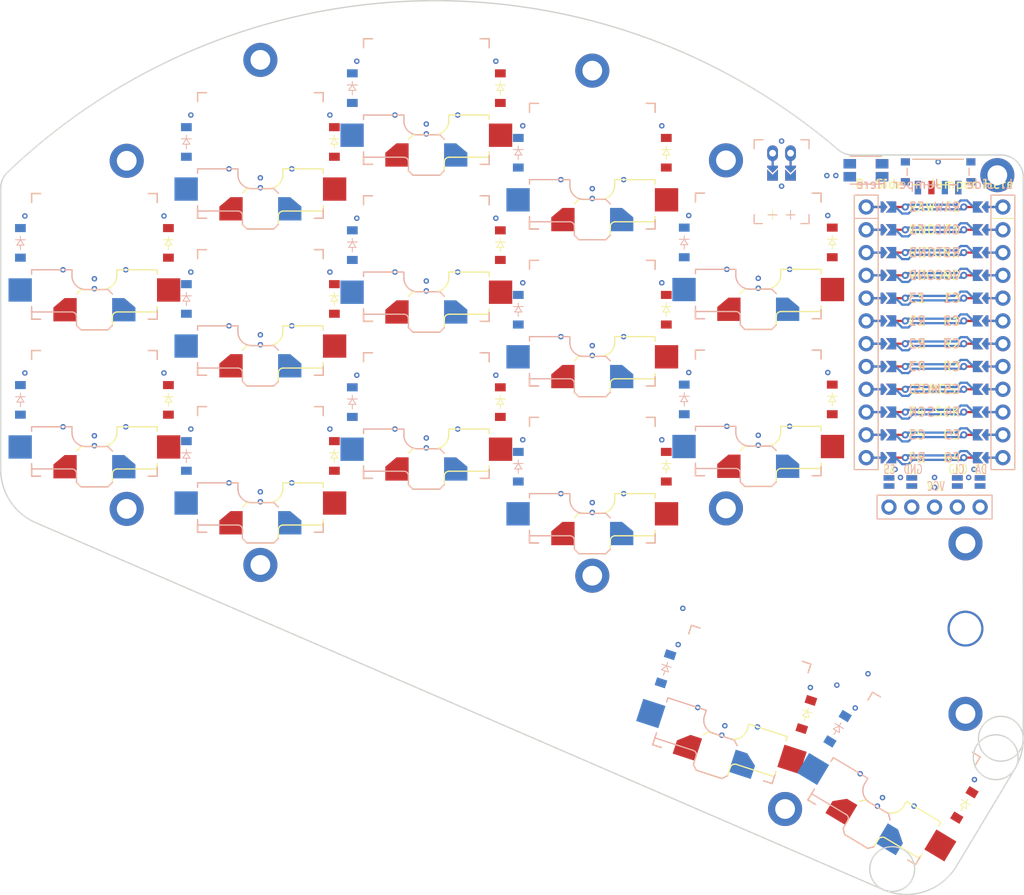
<source format=kicad_pcb>
(kicad_pcb (version 20171130) (host pcbnew 5.1.6)
  (title_block (title snak_30) (rev 0.2.1) (company JackMatanky))
  (layers (0 F.Cu signal) (31 B.Cu signal) (34 B.Paste user) (35 F.Paste user) (36 B.SilkS user) (37 F.SilkS user) (38 B.Mask user) (39 F.Mask user) (44 Edge.Cuts user))
  (net 0 "")
  (net 1 "C1")
  (net 2 "pinky_mid")
  (net 3 "pinky_top")
  (net 4 "C2")
  (net 5 "ring_bot")
  (net 6 "ring_mid")
  (net 7 "ring_top")
  (net 8 "C3")
  (net 9 "middle_bot")
  (net 10 "middle_mid")
  (net 11 "middle_top")
  (net 12 "C4")
  (net 13 "index_bot")
  (net 14 "index_mid")
  (net 15 "index_top")
  (net 16 "C5")
  (net 17 "inner_mid")
  (net 18 "inner_top")
  (net 19 "out_home")
  (net 20 "in_home")
  (net 21 "R2")
  (net 22 "R1")
  (net 23 "R3")
  (net 24 "R4")
  (net 25 "RAW")
  (net 26 "GND")
  (net 27 "RST")
  (net 28 "VCC")
  (net 29 "F4")
  (net 30 "F5")
  (net 31 "F6")
  (net 32 "F2")
  (net 33 "F1")
  (net 34 "F3")
  (net 35 "MOSI")
  (net 36 "SCK")
  (net 37 "CS")
  (net 38 "MCU1_24")
  (net 39 "MCU1_1")
  (net 40 "MCU1_23")
  (net 41 "MCU1_2")
  (net 42 "MCU1_22")
  (net 43 "MCU1_3")
  (net 44 "MCU1_21")
  (net 45 "MCU1_4")
  (net 46 "MCU1_20")
  (net 47 "MCU1_5")
  (net 48 "MCU1_19")
  (net 49 "MCU1_6")
  (net 50 "MCU1_18")
  (net 51 "MCU1_7")
  (net 52 "MCU1_17")
  (net 53 "MCU1_8")
  (net 54 "MCU1_16")
  (net 55 "MCU1_9")
  (net 56 "MCU1_15")
  (net 57 "MCU1_10")
  (net 58 "MCU1_14")
  (net 59 "MCU1_11")
  (net 60 "MCU1_13")
  (net 61 "MCU1_12")
  (net 62 "DISP1_1")
  (net 63 "DISP1_2")
  (net 64 "DISP1_4")
  (net 65 "DISP1_5")
  (net 66 "pos")
  (net 67 "JST1_1")
  (net 68 "JST1_2")
  (module PG1350 (layer F.Cu) (at 100 82.5 180)
    (fp_text reference "S1" hide)
    (pad "" np_thru_hole circle (at 0 0) (size 3.429 3.429) (drill 3.429) (layers *.Cu *.Mask))
    (pad "" np_thru_hole circle (at 5.5 0) (size 1.7018 1.7018) (drill 1.7018) (layers *.Cu *.Mask))
    (pad "" np_thru_hole circle (at -5.5 0) (size 1.7018 1.7018) (drill 1.7018) (layers *.Cu *.Mask))
    (pad "" np_thru_hole circle (at 0 -5.95) (size 3 3) (drill 3) (layers *.Cu *.Mask))
    (pad 1 smd custom (at -3.275 -5.95 180) (size 1 1) (layers B.Cu B.Paste B.Mask) (options (clearance outline) (anchor rect)) (primitives (gr_poly (pts (xy -1.3 -1.3) (xy -1.3 0.25) (xy -0.05 1.3) (xy 1.3 1.3) (xy 1.3 -1.3)) (width 0))) (net 1 "C1"))
    (pad 2 smd rect (at 8.275 -3.75 180) (size 2.6 2.6) (layers B.Cu B.Paste B.Mask) (net 2 "pinky_mid"))
    (pad "" np_thru_hole circle (at 5 -3.75 195) (size 3 3) (drill 3) (layers *.Cu *.Mask))
    (pad 1 connect custom (at 3.275 -5.95 180) (size 0.5 0.5) (layers F.Cu F.Mask) (options (clearance outline) (anchor rect)) (primitives (gr_poly (pts (xy -1.3 -1.3) (xy -1.3 1.3) (xy 0.05 1.3) (xy 1.3 0.25) (xy 1.3 -1.3)) (width 0))) (net 1 "C1"))
    (pad 2 smd rect (at -8.275 -3.75 180) (size 2.6 2.6) (layers F.Cu F.Paste F.Mask) (net 2 "pinky_mid"))
    (pad "" np_thru_hole circle (at -5 -3.75 195) (size 3 3) (drill 3) (layers *.Cu *.Mask))
  )
  (module PG1350 (layer F.Cu) (at 100 65 180)
    (fp_text reference "S2" hide)
    (pad "" np_thru_hole circle (at 0 0) (size 3.429 3.429) (drill 3.429) (layers *.Cu *.Mask))
    (pad "" np_thru_hole circle (at 5.5 0) (size 1.7018 1.7018) (drill 1.7018) (layers *.Cu *.Mask))
    (pad "" np_thru_hole circle (at -5.5 0) (size 1.7018 1.7018) (drill 1.7018) (layers *.Cu *.Mask))
    (pad "" np_thru_hole circle (at 0 -5.95) (size 3 3) (drill 3) (layers *.Cu *.Mask))
    (pad 1 smd custom (at -3.275 -5.95 180) (size 1 1) (layers B.Cu B.Paste B.Mask) (options (clearance outline) (anchor rect)) (primitives (gr_poly (pts (xy -1.3 -1.3) (xy -1.3 0.25) (xy -0.05 1.3) (xy 1.3 1.3) (xy 1.3 -1.3)) (width 0))) (net 1 "C1"))
    (pad 2 smd rect (at 8.275 -3.75 180) (size 2.6 2.6) (layers B.Cu B.Paste B.Mask) (net 3 "pinky_top"))
    (pad "" np_thru_hole circle (at 5 -3.75 195) (size 3 3) (drill 3) (layers *.Cu *.Mask))
    (pad 1 connect custom (at 3.275 -5.95 180) (size 0.5 0.5) (layers F.Cu F.Mask) (options (clearance outline) (anchor rect)) (primitives (gr_poly (pts (xy -1.3 -1.3) (xy -1.3 1.3) (xy 0.05 1.3) (xy 1.3 0.25) (xy 1.3 -1.3)) (width 0))) (net 1 "C1"))
    (pad 2 smd rect (at -8.275 -3.75 180) (size 2.6 2.6) (layers F.Cu F.Paste F.Mask) (net 3 "pinky_top"))
    (pad "" np_thru_hole circle (at -5 -3.75 195) (size 3 3) (drill 3) (layers *.Cu *.Mask))
  )
  (module PG1350 (layer F.Cu) (at 118.5 88.75 180)
    (fp_text reference "S3" hide)
    (pad "" np_thru_hole circle (at 0 0) (size 3.429 3.429) (drill 3.429) (layers *.Cu *.Mask))
    (pad "" np_thru_hole circle (at 5.5 0) (size 1.7018 1.7018) (drill 1.7018) (layers *.Cu *.Mask))
    (pad "" np_thru_hole circle (at -5.5 0) (size 1.7018 1.7018) (drill 1.7018) (layers *.Cu *.Mask))
    (pad "" np_thru_hole circle (at 0 -5.95) (size 3 3) (drill 3) (layers *.Cu *.Mask))
    (pad 1 smd custom (at -3.275 -5.95 180) (size 1 1) (layers B.Cu B.Paste B.Mask) (options (clearance outline) (anchor rect)) (primitives (gr_poly (pts (xy -1.3 -1.3) (xy -1.3 0.25) (xy -0.05 1.3) (xy 1.3 1.3) (xy 1.3 -1.3)) (width 0))) (net 4 "C2"))
    (pad 2 smd rect (at 8.275 -3.75 180) (size 2.6 2.6) (layers B.Cu B.Paste B.Mask) (net 5 "ring_bot"))
    (pad "" np_thru_hole circle (at 5 -3.75 195) (size 3 3) (drill 3) (layers *.Cu *.Mask))
    (pad 1 connect custom (at 3.275 -5.95 180) (size 0.5 0.5) (layers F.Cu F.Mask) (options (clearance outline) (anchor rect)) (primitives (gr_poly (pts (xy -1.3 -1.3) (xy -1.3 1.3) (xy 0.05 1.3) (xy 1.3 0.25) (xy 1.3 -1.3)) (width 0))) (net 4 "C2"))
    (pad 2 smd rect (at -8.275 -3.75 180) (size 2.6 2.6) (layers F.Cu F.Paste F.Mask) (net 5 "ring_bot"))
    (pad "" np_thru_hole circle (at -5 -3.75 195) (size 3 3) (drill 3) (layers *.Cu *.Mask))
  )
  (module PG1350 (layer F.Cu) (at 118.5 71.25 180)
    (fp_text reference "S4" hide)
    (pad "" np_thru_hole circle (at 0 0) (size 3.429 3.429) (drill 3.429) (layers *.Cu *.Mask))
    (pad "" np_thru_hole circle (at 5.5 0) (size 1.7018 1.7018) (drill 1.7018) (layers *.Cu *.Mask))
    (pad "" np_thru_hole circle (at -5.5 0) (size 1.7018 1.7018) (drill 1.7018) (layers *.Cu *.Mask))
    (pad "" np_thru_hole circle (at 0 -5.95) (size 3 3) (drill 3) (layers *.Cu *.Mask))
    (pad 1 smd custom (at -3.275 -5.95 180) (size 1 1) (layers B.Cu B.Paste B.Mask) (options (clearance outline) (anchor rect)) (primitives (gr_poly (pts (xy -1.3 -1.3) (xy -1.3 0.25) (xy -0.05 1.3) (xy 1.3 1.3) (xy 1.3 -1.3)) (width 0))) (net 4 "C2"))
    (pad 2 smd rect (at 8.275 -3.75 180) (size 2.6 2.6) (layers B.Cu B.Paste B.Mask) (net 6 "ring_mid"))
    (pad "" np_thru_hole circle (at 5 -3.75 195) (size 3 3) (drill 3) (layers *.Cu *.Mask))
    (pad 1 connect custom (at 3.275 -5.95 180) (size 0.5 0.5) (layers F.Cu F.Mask) (options (clearance outline) (anchor rect)) (primitives (gr_poly (pts (xy -1.3 -1.3) (xy -1.3 1.3) (xy 0.05 1.3) (xy 1.3 0.25) (xy 1.3 -1.3)) (width 0))) (net 4 "C2"))
    (pad 2 smd rect (at -8.275 -3.75 180) (size 2.6 2.6) (layers F.Cu F.Paste F.Mask) (net 6 "ring_mid"))
    (pad "" np_thru_hole circle (at -5 -3.75 195) (size 3 3) (drill 3) (layers *.Cu *.Mask))
  )
  (module PG1350 (layer F.Cu) (at 118.5 53.75 180)
    (fp_text reference "S5" hide)
    (pad "" np_thru_hole circle (at 0 0) (size 3.429 3.429) (drill 3.429) (layers *.Cu *.Mask))
    (pad "" np_thru_hole circle (at 5.5 0) (size 1.7018 1.7018) (drill 1.7018) (layers *.Cu *.Mask))
    (pad "" np_thru_hole circle (at -5.5 0) (size 1.7018 1.7018) (drill 1.7018) (layers *.Cu *.Mask))
    (pad "" np_thru_hole circle (at 0 -5.95) (size 3 3) (drill 3) (layers *.Cu *.Mask))
    (pad 1 smd custom (at -3.275 -5.95 180) (size 1 1) (layers B.Cu B.Paste B.Mask) (options (clearance outline) (anchor rect)) (primitives (gr_poly (pts (xy -1.3 -1.3) (xy -1.3 0.25) (xy -0.05 1.3) (xy 1.3 1.3) (xy 1.3 -1.3)) (width 0))) (net 4 "C2"))
    (pad 2 smd rect (at 8.275 -3.75 180) (size 2.6 2.6) (layers B.Cu B.Paste B.Mask) (net 7 "ring_top"))
    (pad "" np_thru_hole circle (at 5 -3.75 195) (size 3 3) (drill 3) (layers *.Cu *.Mask))
    (pad 1 connect custom (at 3.275 -5.95 180) (size 0.5 0.5) (layers F.Cu F.Mask) (options (clearance outline) (anchor rect)) (primitives (gr_poly (pts (xy -1.3 -1.3) (xy -1.3 1.3) (xy 0.05 1.3) (xy 1.3 0.25) (xy 1.3 -1.3)) (width 0))) (net 4 "C2"))
    (pad 2 smd rect (at -8.275 -3.75 180) (size 2.6 2.6) (layers F.Cu F.Paste F.Mask) (net 7 "ring_top"))
    (pad "" np_thru_hole circle (at -5 -3.75 195) (size 3 3) (drill 3) (layers *.Cu *.Mask))
  )
  (module PG1350 (layer F.Cu) (at 137 82.75 180)
    (fp_text reference "S6" hide)
    (pad "" np_thru_hole circle (at 0 0) (size 3.429 3.429) (drill 3.429) (layers *.Cu *.Mask))
    (pad "" np_thru_hole circle (at 5.5 0) (size 1.7018 1.7018) (drill 1.7018) (layers *.Cu *.Mask))
    (pad "" np_thru_hole circle (at -5.5 0) (size 1.7018 1.7018) (drill 1.7018) (layers *.Cu *.Mask))
    (pad "" np_thru_hole circle (at 0 -5.95) (size 3 3) (drill 3) (layers *.Cu *.Mask))
    (pad 1 smd custom (at -3.275 -5.95 180) (size 1 1) (layers B.Cu B.Paste B.Mask) (options (clearance outline) (anchor rect)) (primitives (gr_poly (pts (xy -1.3 -1.3) (xy -1.3 0.25) (xy -0.05 1.3) (xy 1.3 1.3) (xy 1.3 -1.3)) (width 0))) (net 8 "C3"))
    (pad 2 smd rect (at 8.275 -3.75 180) (size 2.6 2.6) (layers B.Cu B.Paste B.Mask) (net 9 "middle_bot"))
    (pad "" np_thru_hole circle (at 5 -3.75 195) (size 3 3) (drill 3) (layers *.Cu *.Mask))
    (pad 1 connect custom (at 3.275 -5.95 180) (size 0.5 0.5) (layers F.Cu F.Mask) (options (clearance outline) (anchor rect)) (primitives (gr_poly (pts (xy -1.3 -1.3) (xy -1.3 1.3) (xy 0.05 1.3) (xy 1.3 0.25) (xy 1.3 -1.3)) (width 0))) (net 8 "C3"))
    (pad 2 smd rect (at -8.275 -3.75 180) (size 2.6 2.6) (layers F.Cu F.Paste F.Mask) (net 9 "middle_bot"))
    (pad "" np_thru_hole circle (at -5 -3.75 195) (size 3 3) (drill 3) (layers *.Cu *.Mask))
  )
  (module PG1350 (layer F.Cu) (at 137 65.25 180)
    (fp_text reference "S7" hide)
    (pad "" np_thru_hole circle (at 0 0) (size 3.429 3.429) (drill 3.429) (layers *.Cu *.Mask))
    (pad "" np_thru_hole circle (at 5.5 0) (size 1.7018 1.7018) (drill 1.7018) (layers *.Cu *.Mask))
    (pad "" np_thru_hole circle (at -5.5 0) (size 1.7018 1.7018) (drill 1.7018) (layers *.Cu *.Mask))
    (pad "" np_thru_hole circle (at 0 -5.95) (size 3 3) (drill 3) (layers *.Cu *.Mask))
    (pad 1 smd custom (at -3.275 -5.95 180) (size 1 1) (layers B.Cu B.Paste B.Mask) (options (clearance outline) (anchor rect)) (primitives (gr_poly (pts (xy -1.3 -1.3) (xy -1.3 0.25) (xy -0.05 1.3) (xy 1.3 1.3) (xy 1.3 -1.3)) (width 0))) (net 8 "C3"))
    (pad 2 smd rect (at 8.275 -3.75 180) (size 2.6 2.6) (layers B.Cu B.Paste B.Mask) (net 10 "middle_mid"))
    (pad "" np_thru_hole circle (at 5 -3.75 195) (size 3 3) (drill 3) (layers *.Cu *.Mask))
    (pad 1 connect custom (at 3.275 -5.95 180) (size 0.5 0.5) (layers F.Cu F.Mask) (options (clearance outline) (anchor rect)) (primitives (gr_poly (pts (xy -1.3 -1.3) (xy -1.3 1.3) (xy 0.05 1.3) (xy 1.3 0.25) (xy 1.3 -1.3)) (width 0))) (net 8 "C3"))
    (pad 2 smd rect (at -8.275 -3.75 180) (size 2.6 2.6) (layers F.Cu F.Paste F.Mask) (net 10 "middle_mid"))
    (pad "" np_thru_hole circle (at -5 -3.75 195) (size 3 3) (drill 3) (layers *.Cu *.Mask))
  )
  (module PG1350 (layer F.Cu) (at 137 47.75 180)
    (fp_text reference "S8" hide)
    (pad "" np_thru_hole circle (at 0 0) (size 3.429 3.429) (drill 3.429) (layers *.Cu *.Mask))
    (pad "" np_thru_hole circle (at 5.5 0) (size 1.7018 1.7018) (drill 1.7018) (layers *.Cu *.Mask))
    (pad "" np_thru_hole circle (at -5.5 0) (size 1.7018 1.7018) (drill 1.7018) (layers *.Cu *.Mask))
    (pad "" np_thru_hole circle (at 0 -5.95) (size 3 3) (drill 3) (layers *.Cu *.Mask))
    (pad 1 smd custom (at -3.275 -5.95 180) (size 1 1) (layers B.Cu B.Paste B.Mask) (options (clearance outline) (anchor rect)) (primitives (gr_poly (pts (xy -1.3 -1.3) (xy -1.3 0.25) (xy -0.05 1.3) (xy 1.3 1.3) (xy 1.3 -1.3)) (width 0))) (net 8 "C3"))
    (pad 2 smd rect (at 8.275 -3.75 180) (size 2.6 2.6) (layers B.Cu B.Paste B.Mask) (net 11 "middle_top"))
    (pad "" np_thru_hole circle (at 5 -3.75 195) (size 3 3) (drill 3) (layers *.Cu *.Mask))
    (pad 1 connect custom (at 3.275 -5.95 180) (size 0.5 0.5) (layers F.Cu F.Mask) (options (clearance outline) (anchor rect)) (primitives (gr_poly (pts (xy -1.3 -1.3) (xy -1.3 1.3) (xy 0.05 1.3) (xy 1.3 0.25) (xy 1.3 -1.3)) (width 0))) (net 8 "C3"))
    (pad 2 smd rect (at -8.275 -3.75 180) (size 2.6 2.6) (layers F.Cu F.Paste F.Mask) (net 11 "middle_top"))
    (pad "" np_thru_hole circle (at -5 -3.75 195) (size 3 3) (drill 3) (layers *.Cu *.Mask))
  )
  (module PG1350 (layer F.Cu) (at 155.5 89.95 180)
    (fp_text reference "S9" hide)
    (pad "" np_thru_hole circle (at 0 0) (size 3.429 3.429) (drill 3.429) (layers *.Cu *.Mask))
    (pad "" np_thru_hole circle (at 5.5 0) (size 1.7018 1.7018) (drill 1.7018) (layers *.Cu *.Mask))
    (pad "" np_thru_hole circle (at -5.5 0) (size 1.7018 1.7018) (drill 1.7018) (layers *.Cu *.Mask))
    (pad "" np_thru_hole circle (at 0 -5.95) (size 3 3) (drill 3) (layers *.Cu *.Mask))
    (pad 1 smd custom (at -3.275 -5.95 180) (size 1 1) (layers B.Cu B.Paste B.Mask) (options (clearance outline) (anchor rect)) (primitives (gr_poly (pts (xy -1.3 -1.3) (xy -1.3 0.25) (xy -0.05 1.3) (xy 1.3 1.3) (xy 1.3 -1.3)) (width 0))) (net 12 "C4"))
    (pad 2 smd rect (at 8.275 -3.75 180) (size 2.6 2.6) (layers B.Cu B.Paste B.Mask) (net 13 "index_bot"))
    (pad "" np_thru_hole circle (at 5 -3.75 195) (size 3 3) (drill 3) (layers *.Cu *.Mask))
    (pad 1 connect custom (at 3.275 -5.95 180) (size 0.5 0.5) (layers F.Cu F.Mask) (options (clearance outline) (anchor rect)) (primitives (gr_poly (pts (xy -1.3 -1.3) (xy -1.3 1.3) (xy 0.05 1.3) (xy 1.3 0.25) (xy 1.3 -1.3)) (width 0))) (net 12 "C4"))
    (pad 2 smd rect (at -8.275 -3.75 180) (size 2.6 2.6) (layers F.Cu F.Paste F.Mask) (net 13 "index_bot"))
    (pad "" np_thru_hole circle (at -5 -3.75 195) (size 3 3) (drill 3) (layers *.Cu *.Mask))
  )
  (module PG1350 (layer F.Cu) (at 155.5 72.45 180)
    (fp_text reference "S10" hide)
    (pad "" np_thru_hole circle (at 0 0) (size 3.429 3.429) (drill 3.429) (layers *.Cu *.Mask))
    (pad "" np_thru_hole circle (at 5.5 0) (size 1.7018 1.7018) (drill 1.7018) (layers *.Cu *.Mask))
    (pad "" np_thru_hole circle (at -5.5 0) (size 1.7018 1.7018) (drill 1.7018) (layers *.Cu *.Mask))
    (pad "" np_thru_hole circle (at 0 -5.95) (size 3 3) (drill 3) (layers *.Cu *.Mask))
    (pad 1 smd custom (at -3.275 -5.95 180) (size 1 1) (layers B.Cu B.Paste B.Mask) (options (clearance outline) (anchor rect)) (primitives (gr_poly (pts (xy -1.3 -1.3) (xy -1.3 0.25) (xy -0.05 1.3) (xy 1.3 1.3) (xy 1.3 -1.3)) (width 0))) (net 12 "C4"))
    (pad 2 smd rect (at 8.275 -3.75 180) (size 2.6 2.6) (layers B.Cu B.Paste B.Mask) (net 14 "index_mid"))
    (pad "" np_thru_hole circle (at 5 -3.75 195) (size 3 3) (drill 3) (layers *.Cu *.Mask))
    (pad 1 connect custom (at 3.275 -5.95 180) (size 0.5 0.5) (layers F.Cu F.Mask) (options (clearance outline) (anchor rect)) (primitives (gr_poly (pts (xy -1.3 -1.3) (xy -1.3 1.3) (xy 0.05 1.3) (xy 1.3 0.25) (xy 1.3 -1.3)) (width 0))) (net 12 "C4"))
    (pad 2 smd rect (at -8.275 -3.75 180) (size 2.6 2.6) (layers F.Cu F.Paste F.Mask) (net 14 "index_mid"))
    (pad "" np_thru_hole circle (at -5 -3.75 195) (size 3 3) (drill 3) (layers *.Cu *.Mask))
  )
  (module PG1350 (layer F.Cu) (at 155.5 54.95 180)
    (fp_text reference "S11" hide)
    (pad "" np_thru_hole circle (at 0 0) (size 3.429 3.429) (drill 3.429) (layers *.Cu *.Mask))
    (pad "" np_thru_hole circle (at 5.5 0) (size 1.7018 1.7018) (drill 1.7018) (layers *.Cu *.Mask))
    (pad "" np_thru_hole circle (at -5.5 0) (size 1.7018 1.7018) (drill 1.7018) (layers *.Cu *.Mask))
    (pad "" np_thru_hole circle (at 0 -5.95) (size 3 3) (drill 3) (layers *.Cu *.Mask))
    (pad 1 smd custom (at -3.275 -5.95 180) (size 1 1) (layers B.Cu B.Paste B.Mask) (options (clearance outline) (anchor rect)) (primitives (gr_poly (pts (xy -1.3 -1.3) (xy -1.3 0.25) (xy -0.05 1.3) (xy 1.3 1.3) (xy 1.3 -1.3)) (width 0))) (net 12 "C4"))
    (pad 2 smd rect (at 8.275 -3.75 180) (size 2.6 2.6) (layers B.Cu B.Paste B.Mask) (net 15 "index_top"))
    (pad "" np_thru_hole circle (at 5 -3.75 195) (size 3 3) (drill 3) (layers *.Cu *.Mask))
    (pad 1 connect custom (at 3.275 -5.95 180) (size 0.5 0.5) (layers F.Cu F.Mask) (options (clearance outline) (anchor rect)) (primitives (gr_poly (pts (xy -1.3 -1.3) (xy -1.3 1.3) (xy 0.05 1.3) (xy 1.3 0.25) (xy 1.3 -1.3)) (width 0))) (net 12 "C4"))
    (pad 2 smd rect (at -8.275 -3.75 180) (size 2.6 2.6) (layers F.Cu F.Paste F.Mask) (net 15 "index_top"))
    (pad "" np_thru_hole circle (at -5 -3.75 195) (size 3 3) (drill 3) (layers *.Cu *.Mask))
  )
  (module PG1350 (layer F.Cu) (at 174 82.45 180)
    (fp_text reference "S12" hide)
    (pad "" np_thru_hole circle (at 0 0) (size 3.429 3.429) (drill 3.429) (layers *.Cu *.Mask))
    (pad "" np_thru_hole circle (at 5.5 0) (size 1.7018 1.7018) (drill 1.7018) (layers *.Cu *.Mask))
    (pad "" np_thru_hole circle (at -5.5 0) (size 1.7018 1.7018) (drill 1.7018) (layers *.Cu *.Mask))
    (pad "" np_thru_hole circle (at 0 -5.95) (size 3 3) (drill 3) (layers *.Cu *.Mask))
    (pad 1 smd custom (at -3.275 -5.95 180) (size 1 1) (layers B.Cu B.Paste B.Mask) (options (clearance outline) (anchor rect)) (primitives (gr_poly (pts (xy -1.3 -1.3) (xy -1.3 0.25) (xy -0.05 1.3) (xy 1.3 1.3) (xy 1.3 -1.3)) (width 0))) (net 16 "C5"))
    (pad 2 smd rect (at 8.275 -3.75 180) (size 2.6 2.6) (layers B.Cu B.Paste B.Mask) (net 17 "inner_mid"))
    (pad "" np_thru_hole circle (at 5 -3.75 195) (size 3 3) (drill 3) (layers *.Cu *.Mask))
    (pad 1 connect custom (at 3.275 -5.95 180) (size 0.5 0.5) (layers F.Cu F.Mask) (options (clearance outline) (anchor rect)) (primitives (gr_poly (pts (xy -1.3 -1.3) (xy -1.3 1.3) (xy 0.05 1.3) (xy 1.3 0.25) (xy 1.3 -1.3)) (width 0))) (net 16 "C5"))
    (pad 2 smd rect (at -8.275 -3.75 180) (size 2.6 2.6) (layers F.Cu F.Paste F.Mask) (net 17 "inner_mid"))
    (pad "" np_thru_hole circle (at -5 -3.75 195) (size 3 3) (drill 3) (layers *.Cu *.Mask))
  )
  (module PG1350 (layer F.Cu) (at 174 64.95 180)
    (fp_text reference "S13" hide)
    (pad "" np_thru_hole circle (at 0 0) (size 3.429 3.429) (drill 3.429) (layers *.Cu *.Mask))
    (pad "" np_thru_hole circle (at 5.5 0) (size 1.7018 1.7018) (drill 1.7018) (layers *.Cu *.Mask))
    (pad "" np_thru_hole circle (at -5.5 0) (size 1.7018 1.7018) (drill 1.7018) (layers *.Cu *.Mask))
    (pad "" np_thru_hole circle (at 0 -5.95) (size 3 3) (drill 3) (layers *.Cu *.Mask))
    (pad 1 smd custom (at -3.275 -5.95 180) (size 1 1) (layers B.Cu B.Paste B.Mask) (options (clearance outline) (anchor rect)) (primitives (gr_poly (pts (xy -1.3 -1.3) (xy -1.3 0.25) (xy -0.05 1.3) (xy 1.3 1.3) (xy 1.3 -1.3)) (width 0))) (net 16 "C5"))
    (pad 2 smd rect (at 8.275 -3.75 180) (size 2.6 2.6) (layers B.Cu B.Paste B.Mask) (net 18 "inner_top"))
    (pad "" np_thru_hole circle (at 5 -3.75 195) (size 3 3) (drill 3) (layers *.Cu *.Mask))
    (pad 1 connect custom (at 3.275 -5.95 180) (size 0.5 0.5) (layers F.Cu F.Mask) (options (clearance outline) (anchor rect)) (primitives (gr_poly (pts (xy -1.3 -1.3) (xy -1.3 1.3) (xy 0.05 1.3) (xy 1.3 0.25) (xy 1.3 -1.3)) (width 0))) (net 16 "C5"))
    (pad 2 smd rect (at -8.275 -3.75 180) (size 2.6 2.6) (layers F.Cu F.Paste F.Mask) (net 18 "inner_top"))
    (pad "" np_thru_hole circle (at -5 -3.75 195) (size 3 3) (drill 3) (layers *.Cu *.Mask))
  )
  (module PG1350 (layer F.Cu) (at 171.05 114.95 162)
    (fp_text reference "S14" hide)
    (pad "" np_thru_hole circle (at 0 0) (size 3.429 3.429) (drill 3.429) (layers *.Cu *.Mask))
    (pad "" np_thru_hole circle (at 5.5 0) (size 1.7018 1.7018) (drill 1.7018) (layers *.Cu *.Mask))
    (pad "" np_thru_hole circle (at -5.5 0) (size 1.7018 1.7018) (drill 1.7018) (layers *.Cu *.Mask))
    (pad "" np_thru_hole circle (at 0 -5.95) (size 3 3) (drill 3) (layers *.Cu *.Mask))
    (pad 1 smd custom (at -3.275 -5.95 162) (size 1 1) (layers B.Cu B.Paste B.Mask) (options (clearance outline) (anchor rect)) (primitives (gr_poly (pts (xy -1.3 -1.3) (xy -1.3 0.25) (xy -0.05 1.3) (xy 1.3 1.3) (xy 1.3 -1.3)) (width 0))) (net 12 "C4"))
    (pad 2 smd rect (at 8.275 -3.75 162) (size 2.6 2.6) (layers B.Cu B.Paste B.Mask) (net 19 "out_home"))
    (pad "" np_thru_hole circle (at 5 -3.75 195) (size 3 3) (drill 3) (layers *.Cu *.Mask))
    (pad 1 connect custom (at 3.275 -5.95 162) (size 0.5 0.5) (layers F.Cu F.Mask) (options (clearance outline) (anchor rect)) (primitives (gr_poly (pts (xy -1.3 -1.3) (xy -1.3 1.3) (xy 0.05 1.3) (xy 1.3 0.25) (xy 1.3 -1.3)) (width 0))) (net 12 "C4"))
    (pad 2 smd rect (at -8.275 -3.75 162) (size 2.6 2.6) (layers F.Cu F.Paste F.Mask) (net 19 "out_home"))
    (pad "" np_thru_hole circle (at -5 -3.75 195) (size 3 3) (drill 3) (layers *.Cu *.Mask))
  )
  (module PG1350 (layer F.Cu) (at 189.138078 123.1929628 149)
    (fp_text reference "S15" hide)
    (pad "" np_thru_hole circle (at 0 0) (size 3.429 3.429) (drill 3.429) (layers *.Cu *.Mask))
    (pad "" np_thru_hole circle (at 5.5 0) (size 1.7018 1.7018) (drill 1.7018) (layers *.Cu *.Mask))
    (pad "" np_thru_hole circle (at -5.5 0) (size 1.7018 1.7018) (drill 1.7018) (layers *.Cu *.Mask))
    (pad "" np_thru_hole circle (at 0 -5.95) (size 3 3) (drill 3) (layers *.Cu *.Mask))
    (pad 1 smd custom (at -3.275 -5.95 149) (size 1 1) (layers B.Cu B.Paste B.Mask) (options (clearance outline) (anchor rect)) (primitives (gr_poly (pts (xy -1.3 -1.3) (xy -1.3 0.25) (xy -0.05 1.3) (xy 1.3 1.3) (xy 1.3 -1.3)) (width 0))) (net 16 "C5"))
    (pad 2 smd rect (at 8.275 -3.75 149) (size 2.6 2.6) (layers B.Cu B.Paste B.Mask) (net 20 "in_home"))
    (pad "" np_thru_hole circle (at 5 -3.75 195) (size 3 3) (drill 3) (layers *.Cu *.Mask))
    (pad 1 connect custom (at 3.275 -5.95 149) (size 0.5 0.5) (layers F.Cu F.Mask) (options (clearance outline) (anchor rect)) (primitives (gr_poly (pts (xy -1.3 -1.3) (xy -1.3 1.3) (xy 0.05 1.3) (xy 1.3 0.25) (xy 1.3 -1.3)) (width 0))) (net 16 "C5"))
    (pad 2 smd rect (at -8.275 -3.75 149) (size 2.6 2.6) (layers F.Cu F.Paste F.Mask) (net 20 "in_home"))
    (pad "" np_thru_hole circle (at -5 -3.75 195) (size 3 3) (drill 3) (layers *.Cu *.Mask))
  )
  (module "ceoloide:diode_tht_sod123" (layer F.Cu) (at 108.25 81 270)
    (fp_text reference "D1" hide)
    (pad 1 smd rect (at -1.65 0 270) (size 0.9 1.2) (layers F.Cu F.Paste F.Mask) (net 21 "R2"))
    (pad 2 smd rect (at 1.65 0 270) (size 0.9 1.2) (layers F.Cu F.Paste F.Mask) (net 2 "pinky_mid"))
  )
  (module "ceoloide:diode_tht_sod123" (layer F.Cu) (at 108.25 63.5 270)
    (fp_text reference "D2" hide)
    (pad 1 smd rect (at -1.65 0 270) (size 0.9 1.2) (layers F.Cu F.Paste F.Mask) (net 22 "R1"))
    (pad 2 smd rect (at 1.65 0 270) (size 0.9 1.2) (layers F.Cu F.Paste F.Mask) (net 3 "pinky_top"))
  )
  (module "ceoloide:diode_tht_sod123" (layer F.Cu) (at 126.75 87.25 270)
    (fp_text reference "D3" hide)
    (pad 1 smd rect (at -1.65 0 270) (size 0.9 1.2) (layers F.Cu F.Paste F.Mask) (net 23 "R3"))
    (pad 2 smd rect (at 1.65 0 270) (size 0.9 1.2) (layers F.Cu F.Paste F.Mask) (net 5 "ring_bot"))
  )
  (module "ceoloide:diode_tht_sod123" (layer F.Cu) (at 126.75 69.75 270)
    (fp_text reference "D4" hide)
    (pad 1 smd rect (at -1.65 0 270) (size 0.9 1.2) (layers F.Cu F.Paste F.Mask) (net 21 "R2"))
    (pad 2 smd rect (at 1.65 0 270) (size 0.9 1.2) (layers F.Cu F.Paste F.Mask) (net 6 "ring_mid"))
  )
  (module "ceoloide:diode_tht_sod123" (layer F.Cu) (at 126.75 52.25 270)
    (fp_text reference "D5" hide)
    (pad 1 smd rect (at -1.65 0 270) (size 0.9 1.2) (layers F.Cu F.Paste F.Mask) (net 22 "R1"))
    (pad 2 smd rect (at 1.65 0 270) (size 0.9 1.2) (layers F.Cu F.Paste F.Mask) (net 7 "ring_top"))
  )
  (module "ceoloide:diode_tht_sod123" (layer F.Cu) (at 145.25 81.25 270)
    (fp_text reference "D6" hide)
    (pad 1 smd rect (at -1.65 0 270) (size 0.9 1.2) (layers F.Cu F.Paste F.Mask) (net 23 "R3"))
    (pad 2 smd rect (at 1.65 0 270) (size 0.9 1.2) (layers F.Cu F.Paste F.Mask) (net 9 "middle_bot"))
  )
  (module "ceoloide:diode_tht_sod123" (layer F.Cu) (at 145.25 63.75 270)
    (fp_text reference "D7" hide)
    (pad 1 smd rect (at -1.65 0 270) (size 0.9 1.2) (layers F.Cu F.Paste F.Mask) (net 21 "R2"))
    (pad 2 smd rect (at 1.65 0 270) (size 0.9 1.2) (layers F.Cu F.Paste F.Mask) (net 10 "middle_mid"))
  )
  (module "ceoloide:diode_tht_sod123" (layer F.Cu) (at 145.25 46.25 270)
    (fp_text reference "D8" hide)
    (pad 1 smd rect (at -1.65 0 270) (size 0.9 1.2) (layers F.Cu F.Paste F.Mask) (net 22 "R1"))
    (pad 2 smd rect (at 1.65 0 270) (size 0.9 1.2) (layers F.Cu F.Paste F.Mask) (net 11 "middle_top"))
  )
  (module "ceoloide:diode_tht_sod123" (layer F.Cu) (at 163.75 88.45 270)
    (fp_text reference "D9" hide)
    (pad 1 smd rect (at -1.65 0 270) (size 0.9 1.2) (layers F.Cu F.Paste F.Mask) (net 23 "R3"))
    (pad 2 smd rect (at 1.65 0 270) (size 0.9 1.2) (layers F.Cu F.Paste F.Mask) (net 13 "index_bot"))
  )
  (module "ceoloide:diode_tht_sod123" (layer F.Cu) (at 163.75 70.95 270)
    (fp_text reference "D10" hide)
    (pad 1 smd rect (at -1.65 0 270) (size 0.9 1.2) (layers F.Cu F.Paste F.Mask) (net 21 "R2"))
    (pad 2 smd rect (at 1.65 0 270) (size 0.9 1.2) (layers F.Cu F.Paste F.Mask) (net 14 "index_mid"))
  )
  (module "ceoloide:diode_tht_sod123" (layer F.Cu) (at 163.75 53.45 270)
    (fp_text reference "D11" hide)
    (pad 1 smd rect (at -1.65 0 270) (size 0.9 1.2) (layers F.Cu F.Paste F.Mask) (net 22 "R1"))
    (pad 2 smd rect (at 1.65 0 270) (size 0.9 1.2) (layers F.Cu F.Paste F.Mask) (net 15 "index_top"))
  )
  (module "ceoloide:diode_tht_sod123" (layer F.Cu) (at 182.25 80.95 270)
    (fp_text reference "D12" hide)
    (pad 1 smd rect (at -1.65 0 270) (size 0.9 1.2) (layers F.Cu F.Paste F.Mask) (net 21 "R2"))
    (pad 2 smd rect (at 1.65 0 270) (size 0.9 1.2) (layers F.Cu F.Paste F.Mask) (net 17 "inner_mid"))
  )
  (module "ceoloide:diode_tht_sod123" (layer F.Cu) (at 182.25 63.45 270)
    (fp_text reference "D13" hide)
    (pad 1 smd rect (at -1.65 0 270) (size 0.9 1.2) (layers F.Cu F.Paste F.Mask) (net 22 "R1"))
    (pad 2 smd rect (at 1.65 0 270) (size 0.9 1.2) (layers F.Cu F.Paste F.Mask) (net 18 "inner_top"))
  )
  (module "ceoloide:diode_tht_sod123" (layer F.Cu) (at 179.35974180000002 116.07280540000001 252)
    (fp_text reference "D14" hide)
    (pad 1 smd rect (at -1.65 0 252) (size 0.9 1.2) (layers F.Cu F.Paste F.Mask) (net 24 "R4"))
    (pad 2 smd rect (at 1.65 0 252) (size 0.9 1.2) (layers F.Cu F.Paste F.Mask) (net 19 "out_home"))
  )
  (module "ceoloide:diode_tht_sod123" (layer F.Cu) (at 196.9822653 126.156276 239)
    (fp_text reference "D15" hide)
    (pad 1 smd rect (at -1.65 0 239) (size 0.9 1.2) (layers F.Cu F.Paste F.Mask) (net 24 "R4"))
    (pad 2 smd rect (at 1.65 0 239) (size 0.9 1.2) (layers F.Cu F.Paste F.Mask) (net 20 "in_home"))
  )
  (module "ceoloide:diode_tht_sod123" (layer B.Cu) (at 91.75 81 270)
    (fp_text reference "D16" hide)
    (pad 2 smd rect (at 1.65 0 270) (size 0.9 1.2) (layers B.Cu B.Paste B.Mask) (net 2 "pinky_mid"))
    (pad 1 smd rect (at -1.65 0 270) (size 0.9 1.2) (layers B.Cu B.Paste B.Mask) (net 21 "R2"))
  )
  (module "ceoloide:diode_tht_sod123" (layer B.Cu) (at 91.75 63.5 270)
    (fp_text reference "D17" hide)
    (pad 2 smd rect (at 1.65 0 270) (size 0.9 1.2) (layers B.Cu B.Paste B.Mask) (net 3 "pinky_top"))
    (pad 1 smd rect (at -1.65 0 270) (size 0.9 1.2) (layers B.Cu B.Paste B.Mask) (net 22 "R1"))
  )
  (module "ceoloide:diode_tht_sod123" (layer B.Cu) (at 110.25 87.25 270)
    (fp_text reference "D18" hide)
    (pad 2 smd rect (at 1.65 0 270) (size 0.9 1.2) (layers B.Cu B.Paste B.Mask) (net 5 "ring_bot"))
    (pad 1 smd rect (at -1.65 0 270) (size 0.9 1.2) (layers B.Cu B.Paste B.Mask) (net 23 "R3"))
  )
  (module "ceoloide:diode_tht_sod123" (layer B.Cu) (at 110.25 69.75 270)
    (fp_text reference "D19" hide)
    (pad 2 smd rect (at 1.65 0 270) (size 0.9 1.2) (layers B.Cu B.Paste B.Mask) (net 6 "ring_mid"))
    (pad 1 smd rect (at -1.65 0 270) (size 0.9 1.2) (layers B.Cu B.Paste B.Mask) (net 21 "R2"))
  )
  (module "ceoloide:diode_tht_sod123" (layer B.Cu) (at 110.25 52.25 270)
    (fp_text reference "D20" hide)
    (pad 2 smd rect (at 1.65 0 270) (size 0.9 1.2) (layers B.Cu B.Paste B.Mask) (net 7 "ring_top"))
    (pad 1 smd rect (at -1.65 0 270) (size 0.9 1.2) (layers B.Cu B.Paste B.Mask) (net 22 "R1"))
  )
  (module "ceoloide:diode_tht_sod123" (layer B.Cu) (at 128.75 81.25 270)
    (fp_text reference "D21" hide)
    (pad 2 smd rect (at 1.65 0 270) (size 0.9 1.2) (layers B.Cu B.Paste B.Mask) (net 9 "middle_bot"))
    (pad 1 smd rect (at -1.65 0 270) (size 0.9 1.2) (layers B.Cu B.Paste B.Mask) (net 23 "R3"))
  )
  (module "ceoloide:diode_tht_sod123" (layer B.Cu) (at 128.75 63.75 270)
    (fp_text reference "D22" hide)
    (pad 2 smd rect (at 1.65 0 270) (size 0.9 1.2) (layers B.Cu B.Paste B.Mask) (net 10 "middle_mid"))
    (pad 1 smd rect (at -1.65 0 270) (size 0.9 1.2) (layers B.Cu B.Paste B.Mask) (net 21 "R2"))
  )
  (module "ceoloide:diode_tht_sod123" (layer B.Cu) (at 128.75 46.25 270)
    (fp_text reference "D23" hide)
    (pad 2 smd rect (at 1.65 0 270) (size 0.9 1.2) (layers B.Cu B.Paste B.Mask) (net 11 "middle_top"))
    (pad 1 smd rect (at -1.65 0 270) (size 0.9 1.2) (layers B.Cu B.Paste B.Mask) (net 22 "R1"))
  )
  (module "ceoloide:diode_tht_sod123" (layer B.Cu) (at 147.25 88.45 270)
    (fp_text reference "D24" hide)
    (pad 2 smd rect (at 1.65 0 270) (size 0.9 1.2) (layers B.Cu B.Paste B.Mask) (net 13 "index_bot"))
    (pad 1 smd rect (at -1.65 0 270) (size 0.9 1.2) (layers B.Cu B.Paste B.Mask) (net 23 "R3"))
  )
  (module "ceoloide:diode_tht_sod123" (layer B.Cu) (at 147.25 70.95 270)
    (fp_text reference "D25" hide)
    (pad 2 smd rect (at 1.65 0 270) (size 0.9 1.2) (layers B.Cu B.Paste B.Mask) (net 14 "index_mid"))
    (pad 1 smd rect (at -1.65 0 270) (size 0.9 1.2) (layers B.Cu B.Paste B.Mask) (net 21 "R2"))
  )
  (module "ceoloide:diode_tht_sod123" (layer B.Cu) (at 147.25 53.45 270)
    (fp_text reference "D26" hide)
    (pad 2 smd rect (at 1.65 0 270) (size 0.9 1.2) (layers B.Cu B.Paste B.Mask) (net 15 "index_top"))
    (pad 1 smd rect (at -1.65 0 270) (size 0.9 1.2) (layers B.Cu B.Paste B.Mask) (net 22 "R1"))
  )
  (module "ceoloide:diode_tht_sod123" (layer B.Cu) (at 165.75 80.95 270)
    (fp_text reference "D27" hide)
    (pad 2 smd rect (at 1.65 0 270) (size 0.9 1.2) (layers B.Cu B.Paste B.Mask) (net 17 "inner_mid"))
    (pad 1 smd rect (at -1.65 0 270) (size 0.9 1.2) (layers B.Cu B.Paste B.Mask) (net 21 "R2"))
  )
  (module "ceoloide:diode_tht_sod123" (layer B.Cu) (at 165.75 63.45 270)
    (fp_text reference "D28" hide)
    (pad 2 smd rect (at 1.65 0 270) (size 0.9 1.2) (layers B.Cu B.Paste B.Mask) (net 18 "inner_top"))
    (pad 1 smd rect (at -1.65 0 270) (size 0.9 1.2) (layers B.Cu B.Paste B.Mask) (net 22 "R1"))
  )
  (module "ceoloide:diode_tht_sod123" (layer B.Cu) (at 163.6673092 110.974025 252)
    (fp_text reference "D29" hide)
    (pad 2 smd rect (at 1.65 0 252) (size 0.9 1.2) (layers B.Cu B.Paste B.Mask) (net 19 "out_home"))
    (pad 1 smd rect (at -1.65 0 252) (size 0.9 1.2) (layers B.Cu B.Paste B.Mask) (net 24 "R4"))
  )
  (module "ceoloide:diode_tht_sod123" (layer B.Cu) (at 182.83900490000002 117.6581477 239)
    (fp_text reference "D30" hide)
    (pad 2 smd rect (at 1.65 0 239) (size 0.9 1.2) (layers B.Cu B.Paste B.Mask) (net 20 "in_home"))
    (pad 1 smd rect (at -1.65 0 239) (size 0.9 1.2) (layers B.Cu B.Paste B.Mask) (net 24 "R4"))
  )
  (module VIA-0.6mm (layer F.Cu) (at 107.75 78 0)
    (fp_text reference REF** hide)
    (fp_text value VIA-0.6mm hide)
    (pad 1 thru_hole circle (at 0 0) (size 0.6 0.6) (drill 0.3) (layers *.Cu) (net 21 "R2"))
  )
  (module VIA-0.6mm (layer F.Cu) (at 107.75 60.5 0)
    (fp_text reference REF** hide)
    (fp_text value VIA-0.6mm hide)
    (pad 1 thru_hole circle (at 0 0) (size 0.6 0.6) (drill 0.3) (layers *.Cu) (net 22 "R1"))
  )
  (module VIA-0.6mm (layer F.Cu) (at 126.25 84.25 0)
    (fp_text reference REF** hide)
    (fp_text value VIA-0.6mm hide)
    (pad 1 thru_hole circle (at 0 0) (size 0.6 0.6) (drill 0.3) (layers *.Cu) (net 23 "R3"))
  )
  (module VIA-0.6mm (layer F.Cu) (at 126.25 66.75 0)
    (fp_text reference REF** hide)
    (fp_text value VIA-0.6mm hide)
    (pad 1 thru_hole circle (at 0 0) (size 0.6 0.6) (drill 0.3) (layers *.Cu) (net 21 "R2"))
  )
  (module VIA-0.6mm (layer F.Cu) (at 126.25 49.25 0)
    (fp_text reference REF** hide)
    (fp_text value VIA-0.6mm hide)
    (pad 1 thru_hole circle (at 0 0) (size 0.6 0.6) (drill 0.3) (layers *.Cu) (net 22 "R1"))
  )
  (module VIA-0.6mm (layer F.Cu) (at 144.75 78.25 0)
    (fp_text reference REF** hide)
    (fp_text value VIA-0.6mm hide)
    (pad 1 thru_hole circle (at 0 0) (size 0.6 0.6) (drill 0.3) (layers *.Cu) (net 23 "R3"))
  )
  (module VIA-0.6mm (layer F.Cu) (at 144.75 60.75 0)
    (fp_text reference REF** hide)
    (fp_text value VIA-0.6mm hide)
    (pad 1 thru_hole circle (at 0 0) (size 0.6 0.6) (drill 0.3) (layers *.Cu) (net 21 "R2"))
  )
  (module VIA-0.6mm (layer F.Cu) (at 144.75 43.25 0)
    (fp_text reference REF** hide)
    (fp_text value VIA-0.6mm hide)
    (pad 1 thru_hole circle (at 0 0) (size 0.6 0.6) (drill 0.3) (layers *.Cu) (net 22 "R1"))
  )
  (module VIA-0.6mm (layer F.Cu) (at 163.25 85.45 0)
    (fp_text reference REF** hide)
    (fp_text value VIA-0.6mm hide)
    (pad 1 thru_hole circle (at 0 0) (size 0.6 0.6) (drill 0.3) (layers *.Cu) (net 23 "R3"))
  )
  (module VIA-0.6mm (layer F.Cu) (at 163.25 67.95 0)
    (fp_text reference REF** hide)
    (fp_text value VIA-0.6mm hide)
    (pad 1 thru_hole circle (at 0 0) (size 0.6 0.6) (drill 0.3) (layers *.Cu) (net 21 "R2"))
  )
  (module VIA-0.6mm (layer F.Cu) (at 163.25 50.45 0)
    (fp_text reference REF** hide)
    (fp_text value VIA-0.6mm hide)
    (pad 1 thru_hole circle (at 0 0) (size 0.6 0.6) (drill 0.3) (layers *.Cu) (net 22 "R1"))
  )
  (module VIA-0.6mm (layer F.Cu) (at 181.75 77.95 0)
    (fp_text reference REF** hide)
    (fp_text value VIA-0.6mm hide)
    (pad 1 thru_hole circle (at 0 0) (size 0.6 0.6) (drill 0.3) (layers *.Cu) (net 21 "R2"))
  )
  (module VIA-0.6mm (layer F.Cu) (at 181.75 60.45 0)
    (fp_text reference REF** hide)
    (fp_text value VIA-0.6mm hide)
    (pad 1 thru_hole circle (at 0 0) (size 0.6 0.6) (drill 0.3) (layers *.Cu) (net 22 "R1"))
  )
  (module VIA-0.6mm (layer F.Cu) (at 179.81126450000002 113.06512740000001 -18)
    (fp_text reference REF** hide)
    (fp_text value VIA-0.6mm hide)
    (pad 1 thru_hole circle (at 0 0) (size 0.6 0.6) (drill 0.3) (layers *.Cu) (net 24 "R4"))
  )
  (module VIA-0.6mm (layer F.Cu) (at 198.0987959 123.32725500000001 -31)
    (fp_text reference REF** hide)
    (fp_text value VIA-0.6mm hide)
    (pad 1 thru_hole circle (at 0 0) (size 0.6 0.6) (drill 0.3) (layers *.Cu) (net 24 "R4"))
  )
  (module VIA-0.6mm (layer F.Cu) (at 103.5 84 0)
    (fp_text reference REF** hide)
    (fp_text value VIA-0.6mm hide)
    (pad 1 thru_hole circle (at 0 0) (size 0.6 0.6) (drill 0.3) (layers *.Cu) (net 2 "pinky_mid"))
  )
  (module VIA-0.6mm (layer F.Cu) (at 103.5 66.5 0)
    (fp_text reference REF** hide)
    (fp_text value VIA-0.6mm hide)
    (pad 1 thru_hole circle (at 0 0) (size 0.6 0.6) (drill 0.3) (layers *.Cu) (net 3 "pinky_top"))
  )
  (module VIA-0.6mm (layer F.Cu) (at 122 90.25 0)
    (fp_text reference REF** hide)
    (fp_text value VIA-0.6mm hide)
    (pad 1 thru_hole circle (at 0 0) (size 0.6 0.6) (drill 0.3) (layers *.Cu) (net 5 "ring_bot"))
  )
  (module VIA-0.6mm (layer F.Cu) (at 122 72.75 0)
    (fp_text reference REF** hide)
    (fp_text value VIA-0.6mm hide)
    (pad 1 thru_hole circle (at 0 0) (size 0.6 0.6) (drill 0.3) (layers *.Cu) (net 6 "ring_mid"))
  )
  (module VIA-0.6mm (layer F.Cu) (at 122 55.25 0)
    (fp_text reference REF** hide)
    (fp_text value VIA-0.6mm hide)
    (pad 1 thru_hole circle (at 0 0) (size 0.6 0.6) (drill 0.3) (layers *.Cu) (net 7 "ring_top"))
  )
  (module VIA-0.6mm (layer F.Cu) (at 140.5 84.25 0)
    (fp_text reference REF** hide)
    (fp_text value VIA-0.6mm hide)
    (pad 1 thru_hole circle (at 0 0) (size 0.6 0.6) (drill 0.3) (layers *.Cu) (net 9 "middle_bot"))
  )
  (module VIA-0.6mm (layer F.Cu) (at 140.5 66.75 0)
    (fp_text reference REF** hide)
    (fp_text value VIA-0.6mm hide)
    (pad 1 thru_hole circle (at 0 0) (size 0.6 0.6) (drill 0.3) (layers *.Cu) (net 10 "middle_mid"))
  )
  (module VIA-0.6mm (layer F.Cu) (at 140.5 49.25 0)
    (fp_text reference REF** hide)
    (fp_text value VIA-0.6mm hide)
    (pad 1 thru_hole circle (at 0 0) (size 0.6 0.6) (drill 0.3) (layers *.Cu) (net 11 "middle_top"))
  )
  (module VIA-0.6mm (layer F.Cu) (at 159 91.45 0)
    (fp_text reference REF** hide)
    (fp_text value VIA-0.6mm hide)
    (pad 1 thru_hole circle (at 0 0) (size 0.6 0.6) (drill 0.3) (layers *.Cu) (net 13 "index_bot"))
  )
  (module VIA-0.6mm (layer F.Cu) (at 159 73.95 0)
    (fp_text reference REF** hide)
    (fp_text value VIA-0.6mm hide)
    (pad 1 thru_hole circle (at 0 0) (size 0.6 0.6) (drill 0.3) (layers *.Cu) (net 14 "index_mid"))
  )
  (module VIA-0.6mm (layer F.Cu) (at 159 56.45 0)
    (fp_text reference REF** hide)
    (fp_text value VIA-0.6mm hide)
    (pad 1 thru_hole circle (at 0 0) (size 0.6 0.6) (drill 0.3) (layers *.Cu) (net 15 "index_top"))
  )
  (module VIA-0.6mm (layer F.Cu) (at 177.5 83.95 0)
    (fp_text reference REF** hide)
    (fp_text value VIA-0.6mm hide)
    (pad 1 thru_hole circle (at 0 0) (size 0.6 0.6) (drill 0.3) (layers *.Cu) (net 17 "inner_mid"))
  )
  (module VIA-0.6mm (layer F.Cu) (at 177.5 66.45 0)
    (fp_text reference REF** hide)
    (fp_text value VIA-0.6mm hide)
    (pad 1 thru_hole circle (at 0 0) (size 0.6 0.6) (drill 0.3) (layers *.Cu) (net 18 "inner_top"))
  )
  (module VIA-0.6mm (layer F.Cu) (at 173.91517230000002 117.4581443 -18)
    (fp_text reference REF** hide)
    (fp_text value VIA-0.6mm hide)
    (pad 1 thru_hole circle (at 0 0) (size 0.6 0.6) (drill 0.3) (layers *.Cu) (net 19 "out_home"))
  )
  (module VIA-0.6mm (layer F.Cu) (at 191.36560640000002 126.28134700000001 -31)
    (fp_text reference REF** hide)
    (fp_text value VIA-0.6mm hide)
    (pad 1 thru_hole circle (at 0 0) (size 0.6 0.6) (drill 0.3) (layers *.Cu) (net 20 "in_home"))
  )
  (module VIA-0.6mm (layer F.Cu) (at 92.25 78 0)
    (fp_text reference REF** hide)
    (fp_text value VIA-0.6mm hide)
    (pad 1 thru_hole circle (at 0 0) (size 0.6 0.6) (drill 0.3) (layers *.Cu) (net 21 "R2"))
  )
  (module VIA-0.6mm (layer F.Cu) (at 92.25 60.5 0)
    (fp_text reference REF** hide)
    (fp_text value VIA-0.6mm hide)
    (pad 1 thru_hole circle (at 0 0) (size 0.6 0.6) (drill 0.3) (layers *.Cu) (net 22 "R1"))
  )
  (module VIA-0.6mm (layer F.Cu) (at 110.75 84.25 0)
    (fp_text reference REF** hide)
    (fp_text value VIA-0.6mm hide)
    (pad 1 thru_hole circle (at 0 0) (size 0.6 0.6) (drill 0.3) (layers *.Cu) (net 23 "R3"))
  )
  (module VIA-0.6mm (layer F.Cu) (at 110.75 66.75 0)
    (fp_text reference REF** hide)
    (fp_text value VIA-0.6mm hide)
    (pad 1 thru_hole circle (at 0 0) (size 0.6 0.6) (drill 0.3) (layers *.Cu) (net 21 "R2"))
  )
  (module VIA-0.6mm (layer F.Cu) (at 110.75 49.25 0)
    (fp_text reference REF** hide)
    (fp_text value VIA-0.6mm hide)
    (pad 1 thru_hole circle (at 0 0) (size 0.6 0.6) (drill 0.3) (layers *.Cu) (net 22 "R1"))
  )
  (module VIA-0.6mm (layer F.Cu) (at 129.25 78.25 0)
    (fp_text reference REF** hide)
    (fp_text value VIA-0.6mm hide)
    (pad 1 thru_hole circle (at 0 0) (size 0.6 0.6) (drill 0.3) (layers *.Cu) (net 23 "R3"))
  )
  (module VIA-0.6mm (layer F.Cu) (at 129.25 60.75 0)
    (fp_text reference REF** hide)
    (fp_text value VIA-0.6mm hide)
    (pad 1 thru_hole circle (at 0 0) (size 0.6 0.6) (drill 0.3) (layers *.Cu) (net 21 "R2"))
  )
  (module VIA-0.6mm (layer F.Cu) (at 129.25 43.25 0)
    (fp_text reference REF** hide)
    (fp_text value VIA-0.6mm hide)
    (pad 1 thru_hole circle (at 0 0) (size 0.6 0.6) (drill 0.3) (layers *.Cu) (net 22 "R1"))
  )
  (module VIA-0.6mm (layer F.Cu) (at 147.75 85.45 0)
    (fp_text reference REF** hide)
    (fp_text value VIA-0.6mm hide)
    (pad 1 thru_hole circle (at 0 0) (size 0.6 0.6) (drill 0.3) (layers *.Cu) (net 23 "R3"))
  )
  (module VIA-0.6mm (layer F.Cu) (at 147.75 67.95 0)
    (fp_text reference REF** hide)
    (fp_text value VIA-0.6mm hide)
    (pad 1 thru_hole circle (at 0 0) (size 0.6 0.6) (drill 0.3) (layers *.Cu) (net 21 "R2"))
  )
  (module VIA-0.6mm (layer F.Cu) (at 147.75 50.45 0)
    (fp_text reference REF** hide)
    (fp_text value VIA-0.6mm hide)
    (pad 1 thru_hole circle (at 0 0) (size 0.6 0.6) (drill 0.3) (layers *.Cu) (net 22 "R1"))
  )
  (module VIA-0.6mm (layer F.Cu) (at 166.25 77.95 0)
    (fp_text reference REF** hide)
    (fp_text value VIA-0.6mm hide)
    (pad 1 thru_hole circle (at 0 0) (size 0.6 0.6) (drill 0.3) (layers *.Cu) (net 21 "R2"))
  )
  (module VIA-0.6mm (layer F.Cu) (at 166.25 60.45 0)
    (fp_text reference REF** hide)
    (fp_text value VIA-0.6mm hide)
    (pad 1 thru_hole circle (at 0 0) (size 0.6 0.6) (drill 0.3) (layers *.Cu) (net 22 "R1"))
  )
  (module VIA-0.6mm (layer F.Cu) (at 165.06988850000002 108.275364 -18)
    (fp_text reference REF** hide)
    (fp_text value VIA-0.6mm hide)
    (pad 1 thru_hole circle (at 0 0) (size 0.6 0.6) (drill 0.3) (layers *.Cu) (net 24 "R4"))
  )
  (module VIA-0.6mm (layer F.Cu) (at 184.8127028 115.34416490000001 -31)
    (fp_text reference REF** hide)
    (fp_text value VIA-0.6mm hide)
    (pad 1 thru_hole circle (at 0 0) (size 0.6 0.6) (drill 0.3) (layers *.Cu) (net 24 "R4"))
  )
  (module VIA-0.6mm (layer F.Cu) (at 96.5 84 0)
    (fp_text reference REF** hide)
    (fp_text value VIA-0.6mm hide)
    (pad 1 thru_hole circle (at 0 0) (size 0.6 0.6) (drill 0.3) (layers *.Cu) (net 2 "pinky_mid"))
  )
  (module VIA-0.6mm (layer F.Cu) (at 96.5 66.5 0)
    (fp_text reference REF** hide)
    (fp_text value VIA-0.6mm hide)
    (pad 1 thru_hole circle (at 0 0) (size 0.6 0.6) (drill 0.3) (layers *.Cu) (net 3 "pinky_top"))
  )
  (module VIA-0.6mm (layer F.Cu) (at 115 90.25 0)
    (fp_text reference REF** hide)
    (fp_text value VIA-0.6mm hide)
    (pad 1 thru_hole circle (at 0 0) (size 0.6 0.6) (drill 0.3) (layers *.Cu) (net 5 "ring_bot"))
  )
  (module VIA-0.6mm (layer F.Cu) (at 115 72.75 0)
    (fp_text reference REF** hide)
    (fp_text value VIA-0.6mm hide)
    (pad 1 thru_hole circle (at 0 0) (size 0.6 0.6) (drill 0.3) (layers *.Cu) (net 6 "ring_mid"))
  )
  (module VIA-0.6mm (layer F.Cu) (at 115 55.25 0)
    (fp_text reference REF** hide)
    (fp_text value VIA-0.6mm hide)
    (pad 1 thru_hole circle (at 0 0) (size 0.6 0.6) (drill 0.3) (layers *.Cu) (net 7 "ring_top"))
  )
  (module VIA-0.6mm (layer F.Cu) (at 133.5 84.25 0)
    (fp_text reference REF** hide)
    (fp_text value VIA-0.6mm hide)
    (pad 1 thru_hole circle (at 0 0) (size 0.6 0.6) (drill 0.3) (layers *.Cu) (net 9 "middle_bot"))
  )
  (module VIA-0.6mm (layer F.Cu) (at 133.5 66.75 0)
    (fp_text reference REF** hide)
    (fp_text value VIA-0.6mm hide)
    (pad 1 thru_hole circle (at 0 0) (size 0.6 0.6) (drill 0.3) (layers *.Cu) (net 10 "middle_mid"))
  )
  (module VIA-0.6mm (layer F.Cu) (at 133.5 49.25 0)
    (fp_text reference REF** hide)
    (fp_text value VIA-0.6mm hide)
    (pad 1 thru_hole circle (at 0 0) (size 0.6 0.6) (drill 0.3) (layers *.Cu) (net 11 "middle_top"))
  )
  (module VIA-0.6mm (layer F.Cu) (at 152 91.45 0)
    (fp_text reference REF** hide)
    (fp_text value VIA-0.6mm hide)
    (pad 1 thru_hole circle (at 0 0) (size 0.6 0.6) (drill 0.3) (layers *.Cu) (net 13 "index_bot"))
  )
  (module VIA-0.6mm (layer F.Cu) (at 152 73.95 0)
    (fp_text reference REF** hide)
    (fp_text value VIA-0.6mm hide)
    (pad 1 thru_hole circle (at 0 0) (size 0.6 0.6) (drill 0.3) (layers *.Cu) (net 14 "index_mid"))
  )
  (module VIA-0.6mm (layer F.Cu) (at 152 56.45 0)
    (fp_text reference REF** hide)
    (fp_text value VIA-0.6mm hide)
    (pad 1 thru_hole circle (at 0 0) (size 0.6 0.6) (drill 0.3) (layers *.Cu) (net 15 "index_top"))
  )
  (module VIA-0.6mm (layer F.Cu) (at 170.5 83.95 0)
    (fp_text reference REF** hide)
    (fp_text value VIA-0.6mm hide)
    (pad 1 thru_hole circle (at 0 0) (size 0.6 0.6) (drill 0.3) (layers *.Cu) (net 17 "inner_mid"))
  )
  (module VIA-0.6mm (layer F.Cu) (at 170.5 66.45 0)
    (fp_text reference REF** hide)
    (fp_text value VIA-0.6mm hide)
    (pad 1 thru_hole circle (at 0 0) (size 0.6 0.6) (drill 0.3) (layers *.Cu) (net 18 "inner_top"))
  )
  (module VIA-0.6mm (layer F.Cu) (at 167.25777670000002 115.2950253 -18)
    (fp_text reference REF** hide)
    (fp_text value VIA-0.6mm hide)
    (pad 1 thru_hole circle (at 0 0) (size 0.6 0.6) (drill 0.3) (layers *.Cu) (net 19 "out_home"))
  )
  (module VIA-0.6mm (layer F.Cu) (at 185.3654353 122.6760805 -31)
    (fp_text reference REF** hide)
    (fp_text value VIA-0.6mm hide)
    (pad 1 thru_hole circle (at 0 0) (size 0.6 0.6) (drill 0.3) (layers *.Cu) (net 20 "in_home"))
  )
  (module VIA-0.6mm (layer F.Cu) (at 100 86.1 0)
    (fp_text reference REF** hide)
    (fp_text value VIA-0.6mm hide)
    (pad 1 thru_hole circle (at 0 0) (size 0.6 0.6) (drill 0.3) (layers *.Cu) (net 1 "C1"))
  )
  (module VIA-0.6mm (layer F.Cu) (at 100 68.6 0)
    (fp_text reference REF** hide)
    (fp_text value VIA-0.6mm hide)
    (pad 1 thru_hole circle (at 0 0) (size 0.6 0.6) (drill 0.3) (layers *.Cu) (net 1 "C1"))
  )
  (module VIA-0.6mm (layer F.Cu) (at 118.5 92.35 0)
    (fp_text reference REF** hide)
    (fp_text value VIA-0.6mm hide)
    (pad 1 thru_hole circle (at 0 0) (size 0.6 0.6) (drill 0.3) (layers *.Cu) (net 4 "C2"))
  )
  (module VIA-0.6mm (layer F.Cu) (at 118.5 74.85 0)
    (fp_text reference REF** hide)
    (fp_text value VIA-0.6mm hide)
    (pad 1 thru_hole circle (at 0 0) (size 0.6 0.6) (drill 0.3) (layers *.Cu) (net 4 "C2"))
  )
  (module VIA-0.6mm (layer F.Cu) (at 118.5 57.35 0)
    (fp_text reference REF** hide)
    (fp_text value VIA-0.6mm hide)
    (pad 1 thru_hole circle (at 0 0) (size 0.6 0.6) (drill 0.3) (layers *.Cu) (net 4 "C2"))
  )
  (module VIA-0.6mm (layer F.Cu) (at 137 86.35 0)
    (fp_text reference REF** hide)
    (fp_text value VIA-0.6mm hide)
    (pad 1 thru_hole circle (at 0 0) (size 0.6 0.6) (drill 0.3) (layers *.Cu) (net 8 "C3"))
  )
  (module VIA-0.6mm (layer F.Cu) (at 137 68.85 0)
    (fp_text reference REF** hide)
    (fp_text value VIA-0.6mm hide)
    (pad 1 thru_hole circle (at 0 0) (size 0.6 0.6) (drill 0.3) (layers *.Cu) (net 8 "C3"))
  )
  (module VIA-0.6mm (layer F.Cu) (at 137 51.35 0)
    (fp_text reference REF** hide)
    (fp_text value VIA-0.6mm hide)
    (pad 1 thru_hole circle (at 0 0) (size 0.6 0.6) (drill 0.3) (layers *.Cu) (net 8 "C3"))
  )
  (module VIA-0.6mm (layer F.Cu) (at 155.5 93.55 0)
    (fp_text reference REF** hide)
    (fp_text value VIA-0.6mm hide)
    (pad 1 thru_hole circle (at 0 0) (size 0.6 0.6) (drill 0.3) (layers *.Cu) (net 12 "C4"))
  )
  (module VIA-0.6mm (layer F.Cu) (at 155.5 76.05 0)
    (fp_text reference REF** hide)
    (fp_text value VIA-0.6mm hide)
    (pad 1 thru_hole circle (at 0 0) (size 0.6 0.6) (drill 0.3) (layers *.Cu) (net 12 "C4"))
  )
  (module VIA-0.6mm (layer F.Cu) (at 155.5 58.550000000000004 0)
    (fp_text reference REF** hide)
    (fp_text value VIA-0.6mm hide)
    (pad 1 thru_hole circle (at 0 0) (size 0.6 0.6) (drill 0.3) (layers *.Cu) (net 12 "C4"))
  )
  (module VIA-0.6mm (layer F.Cu) (at 174 86.05 0)
    (fp_text reference REF** hide)
    (fp_text value VIA-0.6mm hide)
    (pad 1 thru_hole circle (at 0 0) (size 0.6 0.6) (drill 0.3) (layers *.Cu) (net 16 "C5"))
  )
  (module VIA-0.6mm (layer F.Cu) (at 174 68.55 0)
    (fp_text reference REF** hide)
    (fp_text value VIA-0.6mm hide)
    (pad 1 thru_hole circle (at 0 0) (size 0.6 0.6) (drill 0.3) (layers *.Cu) (net 16 "C5"))
  )
  (module VIA-0.6mm (layer F.Cu) (at 169.9375388 118.37380350000001 -18)
    (fp_text reference REF** hide)
    (fp_text value VIA-0.6mm hide)
    (pad 1 thru_hole circle (at 0 0) (size 0.6 0.6) (drill 0.3) (layers *.Cu) (net 12 "C4"))
  )
  (module VIA-0.6mm (layer F.Cu) (at 187.2839409 126.2787651 -31)
    (fp_text reference REF** hide)
    (fp_text value VIA-0.6mm hide)
    (pad 1 thru_hole circle (at 0 0) (size 0.6 0.6) (drill 0.3) (layers *.Cu) (net 16 "C5"))
  )
  (module VIA-0.6mm (layer F.Cu) (at 100 85 0)
    (fp_text reference REF** hide)
    (fp_text value VIA-0.6mm hide)
    (pad 1 thru_hole circle (at 0 0) (size 0.6 0.6) (drill 0.3) (layers *.Cu) (net 2 "pinky_mid"))
  )
  (module VIA-0.6mm (layer F.Cu) (at 100 67.5 0)
    (fp_text reference REF** hide)
    (fp_text value VIA-0.6mm hide)
    (pad 1 thru_hole circle (at 0 0) (size 0.6 0.6) (drill 0.3) (layers *.Cu) (net 3 "pinky_top"))
  )
  (module VIA-0.6mm (layer F.Cu) (at 118.5 91.25 0)
    (fp_text reference REF** hide)
    (fp_text value VIA-0.6mm hide)
    (pad 1 thru_hole circle (at 0 0) (size 0.6 0.6) (drill 0.3) (layers *.Cu) (net 5 "ring_bot"))
  )
  (module VIA-0.6mm (layer F.Cu) (at 118.5 73.75 0)
    (fp_text reference REF** hide)
    (fp_text value VIA-0.6mm hide)
    (pad 1 thru_hole circle (at 0 0) (size 0.6 0.6) (drill 0.3) (layers *.Cu) (net 6 "ring_mid"))
  )
  (module VIA-0.6mm (layer F.Cu) (at 118.5 56.25 0)
    (fp_text reference REF** hide)
    (fp_text value VIA-0.6mm hide)
    (pad 1 thru_hole circle (at 0 0) (size 0.6 0.6) (drill 0.3) (layers *.Cu) (net 7 "ring_top"))
  )
  (module VIA-0.6mm (layer F.Cu) (at 137 85.25 0)
    (fp_text reference REF** hide)
    (fp_text value VIA-0.6mm hide)
    (pad 1 thru_hole circle (at 0 0) (size 0.6 0.6) (drill 0.3) (layers *.Cu) (net 9 "middle_bot"))
  )
  (module VIA-0.6mm (layer F.Cu) (at 137 67.75 0)
    (fp_text reference REF** hide)
    (fp_text value VIA-0.6mm hide)
    (pad 1 thru_hole circle (at 0 0) (size 0.6 0.6) (drill 0.3) (layers *.Cu) (net 10 "middle_mid"))
  )
  (module VIA-0.6mm (layer F.Cu) (at 137 50.25 0)
    (fp_text reference REF** hide)
    (fp_text value VIA-0.6mm hide)
    (pad 1 thru_hole circle (at 0 0) (size 0.6 0.6) (drill 0.3) (layers *.Cu) (net 11 "middle_top"))
  )
  (module VIA-0.6mm (layer F.Cu) (at 155.5 92.45 0)
    (fp_text reference REF** hide)
    (fp_text value VIA-0.6mm hide)
    (pad 1 thru_hole circle (at 0 0) (size 0.6 0.6) (drill 0.3) (layers *.Cu) (net 13 "index_bot"))
  )
  (module VIA-0.6mm (layer F.Cu) (at 155.5 74.95 0)
    (fp_text reference REF** hide)
    (fp_text value VIA-0.6mm hide)
    (pad 1 thru_hole circle (at 0 0) (size 0.6 0.6) (drill 0.3) (layers *.Cu) (net 14 "index_mid"))
  )
  (module VIA-0.6mm (layer F.Cu) (at 155.5 57.45 0)
    (fp_text reference REF** hide)
    (fp_text value VIA-0.6mm hide)
    (pad 1 thru_hole circle (at 0 0) (size 0.6 0.6) (drill 0.3) (layers *.Cu) (net 15 "index_top"))
  )
  (module VIA-0.6mm (layer F.Cu) (at 174 84.95 0)
    (fp_text reference REF** hide)
    (fp_text value VIA-0.6mm hide)
    (pad 1 thru_hole circle (at 0 0) (size 0.6 0.6) (drill 0.3) (layers *.Cu) (net 17 "inner_mid"))
  )
  (module VIA-0.6mm (layer F.Cu) (at 174 67.45 0)
    (fp_text reference REF** hide)
    (fp_text value VIA-0.6mm hide)
    (pad 1 thru_hole circle (at 0 0) (size 0.6 0.6) (drill 0.3) (layers *.Cu) (net 18 "inner_top"))
  )
  (module VIA-0.6mm (layer F.Cu) (at 170.27745750000003 117.3276413 -18)
    (fp_text reference REF** hide)
    (fp_text value VIA-0.6mm hide)
    (pad 1 thru_hole circle (at 0 0) (size 0.6 0.6) (drill 0.3) (layers *.Cu) (net 19 "out_home"))
  )
  (module VIA-0.6mm (layer F.Cu) (at 187.8504828 125.33588110000001 -31)
    (fp_text reference REF** hide)
    (fp_text value VIA-0.6mm hide)
    (pad 1 thru_hole circle (at 0 0) (size 0.6 0.6) (drill 0.3) (layers *.Cu) (net 20 "in_home"))
  )
  (module VIA-0.6mm (layer F.Cu) (at 182.76341330000002 112.7976328 -18)
    (fp_text reference REF** hide)
    (fp_text value VIA-0.6mm hide)
    (pad 1 thru_hole circle (at 0 0) (size 0.6 0.6) (drill 0.3) (layers *.Cu) (net 24 "R4"))
  )
  (module VIA-0.6mm (layer F.Cu) (at 165.5926641 104.2393752 -18)
    (fp_text reference REF** hide)
    (fp_text value VIA-0.6mm hide)
    (pad 1 thru_hole circle (at 0 0) (size 0.6 0.6) (drill 0.3) (layers *.Cu) (net 12 "C4"))
  )
  (module VIA-0.6mm (layer F.Cu) (at 186.2299796 111.52921710000001 -31)
    (fp_text reference REF** hide)
    (fp_text value VIA-0.6mm hide)
    (pad 1 thru_hole circle (at 0 0) (size 0.6 0.6) (drill 0.3) (layers *.Cu) (net 16 "C5"))
  )
  (module nice_nano (layer F.Cu) (at 193.65 72.2 0)
    (fp_text reference "MCU1" hide)
    (pad 24 thru_hole circle (at -7.62 -12.7) (size 1.7 1.7) (drill 1) (layers *.Cu *.Mask) (net 38 "MCU1_24"))
    (pad 1 thru_hole circle (at 7.62 -12.7) (size 1.7 1.7) (drill 1) (layers *.Cu *.Mask) (net 39 "MCU1_1"))
    (pad 124 thru_hole circle (at -3.262 -12.7) (size 0.8 0.8) (drill 0.4) (layers *.Cu *.Mask) (net 32 "F2"))
    (pad 1 thru_hole circle (at 3.262 -12.7) (size 0.8 0.8) (drill 0.4) (layers *.Cu *.Mask) (net 25 "RAW"))
    (pad 24 smd custom (at -5.5 -12.7) (size 0.2 0.2) (layers F.Cu F.Mask) (net 38 "MCU1_24") (options (clearance outline) (anchor rect)) (primitives (gr_poly (pts (xy -0.5 -0.625) (xy -0.25 -0.625) (xy 0.25 0) (xy -0.25 0.625) (xy -0.5 0.625)) (width 0))))
    (pad 124 smd custom (at -4.775 -12.7) (size 0.2 0.2) (layers F.Cu F.Mask) (net 32 "F2") (options (clearance outline) (anchor rect)) (primitives (gr_poly (pts (xy -0.65 -0.625) (xy 0.5 -0.625) (xy 0.5 0.625) (xy -0.65 0.625) (xy -0.15 0)) (width 0))))
    (pad 1 smd custom (at 4.775 -12.7 180) (size 0.2 0.2) (layers F.Cu F.Mask) (net 25 "RAW") (options (clearance outline) (anchor rect)) (primitives (gr_poly (pts (xy -0.65 -0.625) (xy 0.5 -0.625) (xy 0.5 0.625) (xy -0.65 0.625) (xy -0.15 0)) (width 0))))
    (pad 1 smd custom (at 5.5 -12.7 180) (size 0.2 0.2) (layers F.Cu F.Mask) (net 39 "MCU1_1") (options (clearance outline) (anchor rect)) (primitives (gr_poly (pts (xy -0.5 -0.625) (xy -0.25 -0.625) (xy 0.25 0) (xy -0.25 0.625) (xy -0.5 0.625)) (width 0))))
    (pad 24 smd custom (at -5.5 -12.7) (size 0.2 0.2) (layers B.Cu B.Mask) (net 38 "MCU1_24") (options (clearance outline) (anchor rect)) (primitives (gr_poly (pts (xy -0.5 0.625) (xy -0.25 0.625) (xy 0.25 0) (xy -0.25 -0.625) (xy -0.5 -0.625)) (width 0))))
    (pad 1 smd custom (at -4.775 -12.7) (size 0.2 0.2) (layers B.Cu B.Mask) (net 25 "RAW") (options (clearance outline) (anchor rect)) (primitives (gr_poly (pts (xy -0.65 0.625) (xy 0.5 0.625) (xy 0.5 -0.625) (xy -0.65 -0.625) (xy -0.15 0)) (width 0))))
    (pad 124 smd custom (at 4.775 -12.7 180) (size 0.2 0.2) (layers B.Cu B.Mask) (net 32 "F2") (options (clearance outline) (anchor rect)) (primitives (gr_poly (pts (xy -0.65 0.625) (xy 0.5 0.625) (xy 0.5 -0.625) (xy -0.65 -0.625) (xy -0.15 0)) (width 0))))
    (pad 1 smd custom (at 5.5 -12.7 180) (size 0.2 0.2) (layers B.Cu B.Mask) (net 39 "MCU1_1") (options (clearance outline) (anchor rect)) (primitives (gr_poly (pts (xy -0.5 0.625) (xy -0.25 0.625) (xy 0.25 0) (xy -0.25 -0.625) (xy -0.5 -0.625)) (width 0))))
    (fp_text user RAW (at -3 -12.7) (layer F.SilkS) (effects (justify left)))
    (fp_text user F2 (at 3 -12.7) (layer F.SilkS) (effects (justify right)))
    (fp_text user F2 (at -3 -12.7 180) (layer B.SilkS) (effects (justify right mirror)))
    (fp_text user RAW (at 3 -12.7 180) (layer B.SilkS) (effects (justify left mirror)))
    (pad 23 thru_hole circle (at -7.62 -10.16) (size 1.7 1.7) (drill 1) (layers *.Cu *.Mask) (net 40 "MCU1_23"))
    (pad 2 thru_hole circle (at 7.62 -10.16) (size 1.7 1.7) (drill 1) (layers *.Cu *.Mask) (net 41 "MCU1_2"))
    (pad 123 thru_hole circle (at -3.262 -10.16) (size 0.8 0.8) (drill 0.4) (layers *.Cu *.Mask) (net 33 "F1"))
    (pad 2 thru_hole circle (at 3.262 -10.16) (size 0.8 0.8) (drill 0.4) (layers *.Cu *.Mask) (net 26 "GND"))
    (pad 23 smd custom (at -5.5 -10.16) (size 0.2 0.2) (layers F.Cu F.Mask) (net 40 "MCU1_23") (options (clearance outline) (anchor rect)) (primitives (gr_poly (pts (xy -0.5 -0.625) (xy -0.25 -0.625) (xy 0.25 0) (xy -0.25 0.625) (xy -0.5 0.625)) (width 0))))
    (pad 123 smd custom (at -4.775 -10.16) (size 0.2 0.2) (layers F.Cu F.Mask) (net 33 "F1") (options (clearance outline) (anchor rect)) (primitives (gr_poly (pts (xy -0.65 -0.625) (xy 0.5 -0.625) (xy 0.5 0.625) (xy -0.65 0.625) (xy -0.15 0)) (width 0))))
    (pad 2 smd custom (at 4.775 -10.16 180) (size 0.2 0.2) (layers F.Cu F.Mask) (net 26 "GND") (options (clearance outline) (anchor rect)) (primitives (gr_poly (pts (xy -0.65 -0.625) (xy 0.5 -0.625) (xy 0.5 0.625) (xy -0.65 0.625) (xy -0.15 0)) (width 0))))
    (pad 2 smd custom (at 5.5 -10.16 180) (size 0.2 0.2) (layers F.Cu F.Mask) (net 41 "MCU1_2") (options (clearance outline) (anchor rect)) (primitives (gr_poly (pts (xy -0.5 -0.625) (xy -0.25 -0.625) (xy 0.25 0) (xy -0.25 0.625) (xy -0.5 0.625)) (width 0))))
    (pad 23 smd custom (at -5.5 -10.16) (size 0.2 0.2) (layers B.Cu B.Mask) (net 40 "MCU1_23") (options (clearance outline) (anchor rect)) (primitives (gr_poly (pts (xy -0.5 0.625) (xy -0.25 0.625) (xy 0.25 0) (xy -0.25 -0.625) (xy -0.5 -0.625)) (width 0))))
    (pad 2 smd custom (at -4.775 -10.16) (size 0.2 0.2) (layers B.Cu B.Mask) (net 26 "GND") (options (clearance outline) (anchor rect)) (primitives (gr_poly (pts (xy -0.65 0.625) (xy 0.5 0.625) (xy 0.5 -0.625) (xy -0.65 -0.625) (xy -0.15 0)) (width 0))))
    (pad 123 smd custom (at 4.775 -10.16 180) (size 0.2 0.2) (layers B.Cu B.Mask) (net 33 "F1") (options (clearance outline) (anchor rect)) (primitives (gr_poly (pts (xy -0.65 0.625) (xy 0.5 0.625) (xy 0.5 -0.625) (xy -0.65 -0.625) (xy -0.15 0)) (width 0))))
    (pad 2 smd custom (at 5.5 -10.16 180) (size 0.2 0.2) (layers B.Cu B.Mask) (net 41 "MCU1_2") (options (clearance outline) (anchor rect)) (primitives (gr_poly (pts (xy -0.5 0.625) (xy -0.25 0.625) (xy 0.25 0) (xy -0.25 -0.625) (xy -0.5 -0.625)) (width 0))))
    (fp_text user GND (at -3 -10.16) (layer F.SilkS) (effects (justify left)))
    (fp_text user F1 (at 3 -10.16) (layer F.SilkS) (effects (justify right)))
    (fp_text user F1 (at -3 -10.16 180) (layer B.SilkS) (effects (justify right mirror)))
    (fp_text user GND (at 3 -10.16 180) (layer B.SilkS) (effects (justify left mirror)))
    (pad 22 thru_hole circle (at -7.62 -7.619999999999999) (size 1.7 1.7) (drill 1) (layers *.Cu *.Mask) (net 42 "MCU1_22"))
    (pad 3 thru_hole circle (at 7.62 -7.619999999999999) (size 1.7 1.7) (drill 1) (layers *.Cu *.Mask) (net 43 "MCU1_3"))
    (pad 122 thru_hole circle (at -3.262 -7.619999999999999) (size 0.8 0.8) (drill 0.4) (layers *.Cu *.Mask) (net 26 "GND"))
    (pad 3 thru_hole circle (at 3.262 -7.619999999999999) (size 0.8 0.8) (drill 0.4) (layers *.Cu *.Mask) (net 27 "RST"))
    (pad 22 smd custom (at -5.5 -7.619999999999999) (size 0.2 0.2) (layers F.Cu F.Mask) (net 42 "MCU1_22") (options (clearance outline) (anchor rect)) (primitives (gr_poly (pts (xy -0.5 -0.625) (xy -0.25 -0.625) (xy 0.25 0) (xy -0.25 0.625) (xy -0.5 0.625)) (width 0))))
    (pad 122 smd custom (at -4.775 -7.619999999999999) (size 0.2 0.2) (layers F.Cu F.Mask) (net 26 "GND") (options (clearance outline) (anchor rect)) (primitives (gr_poly (pts (xy -0.65 -0.625) (xy 0.5 -0.625) (xy 0.5 0.625) (xy -0.65 0.625) (xy -0.15 0)) (width 0))))
    (pad 3 smd custom (at 4.775 -7.619999999999999 180) (size 0.2 0.2) (layers F.Cu F.Mask) (net 27 "RST") (options (clearance outline) (anchor rect)) (primitives (gr_poly (pts (xy -0.65 -0.625) (xy 0.5 -0.625) (xy 0.5 0.625) (xy -0.65 0.625) (xy -0.15 0)) (width 0))))
    (pad 3 smd custom (at 5.5 -7.619999999999999 180) (size 0.2 0.2) (layers F.Cu F.Mask) (net 43 "MCU1_3") (options (clearance outline) (anchor rect)) (primitives (gr_poly (pts (xy -0.5 -0.625) (xy -0.25 -0.625) (xy 0.25 0) (xy -0.25 0.625) (xy -0.5 0.625)) (width 0))))
    (pad 22 smd custom (at -5.5 -7.619999999999999) (size 0.2 0.2) (layers B.Cu B.Mask) (net 42 "MCU1_22") (options (clearance outline) (anchor rect)) (primitives (gr_poly (pts (xy -0.5 0.625) (xy -0.25 0.625) (xy 0.25 0) (xy -0.25 -0.625) (xy -0.5 -0.625)) (width 0))))
    (pad 3 smd custom (at -4.775 -7.619999999999999) (size 0.2 0.2) (layers B.Cu B.Mask) (net 27 "RST") (options (clearance outline) (anchor rect)) (primitives (gr_poly (pts (xy -0.65 0.625) (xy 0.5 0.625) (xy 0.5 -0.625) (xy -0.65 -0.625) (xy -0.15 0)) (width 0))))
    (pad 122 smd custom (at 4.775 -7.619999999999999 180) (size 0.2 0.2) (layers B.Cu B.Mask) (net 26 "GND") (options (clearance outline) (anchor rect)) (primitives (gr_poly (pts (xy -0.65 0.625) (xy 0.5 0.625) (xy 0.5 -0.625) (xy -0.65 -0.625) (xy -0.15 0)) (width 0))))
    (pad 3 smd custom (at 5.5 -7.619999999999999 180) (size 0.2 0.2) (layers B.Cu B.Mask) (net 43 "MCU1_3") (options (clearance outline) (anchor rect)) (primitives (gr_poly (pts (xy -0.5 0.625) (xy -0.25 0.625) (xy 0.25 0) (xy -0.25 -0.625) (xy -0.5 -0.625)) (width 0))))
    (fp_text user RST (at -3 -7.619999999999999) (layer F.SilkS) (effects (justify left)))
    (fp_text user GND (at 3 -7.619999999999999) (layer F.SilkS) (effects (justify right)))
    (fp_text user GND (at -3 -7.619999999999999 180) (layer B.SilkS) (effects (justify right mirror)))
    (fp_text user RST (at 3 -7.619999999999999 180) (layer B.SilkS) (effects (justify left mirror)))
    (pad 21 thru_hole circle (at -7.62 -5.079999999999999) (size 1.7 1.7) (drill 1) (layers *.Cu *.Mask) (net 44 "MCU1_21"))
    (pad 4 thru_hole circle (at 7.62 -5.079999999999999) (size 1.7 1.7) (drill 1) (layers *.Cu *.Mask) (net 45 "MCU1_4"))
    (pad 121 thru_hole circle (at -3.262 -5.079999999999999) (size 0.8 0.8) (drill 0.4) (layers *.Cu *.Mask) (net 26 "GND"))
    (pad 4 thru_hole circle (at 3.262 -5.079999999999999) (size 0.8 0.8) (drill 0.4) (layers *.Cu *.Mask) (net 28 "VCC"))
    (pad 21 smd custom (at -5.5 -5.079999999999999) (size 0.2 0.2) (layers F.Cu F.Mask) (net 44 "MCU1_21") (options (clearance outline) (anchor rect)) (primitives (gr_poly (pts (xy -0.5 -0.625) (xy -0.25 -0.625) (xy 0.25 0) (xy -0.25 0.625) (xy -0.5 0.625)) (width 0))))
    (pad 121 smd custom (at -4.775 -5.079999999999999) (size 0.2 0.2) (layers F.Cu F.Mask) (net 26 "GND") (options (clearance outline) (anchor rect)) (primitives (gr_poly (pts (xy -0.65 -0.625) (xy 0.5 -0.625) (xy 0.5 0.625) (xy -0.65 0.625) (xy -0.15 0)) (width 0))))
    (pad 4 smd custom (at 4.775 -5.079999999999999 180) (size 0.2 0.2) (layers F.Cu F.Mask) (net 28 "VCC") (options (clearance outline) (anchor rect)) (primitives (gr_poly (pts (xy -0.65 -0.625) (xy 0.5 -0.625) (xy 0.5 0.625) (xy -0.65 0.625) (xy -0.15 0)) (width 0))))
    (pad 4 smd custom (at 5.5 -5.079999999999999 180) (size 0.2 0.2) (layers F.Cu F.Mask) (net 45 "MCU1_4") (options (clearance outline) (anchor rect)) (primitives (gr_poly (pts (xy -0.5 -0.625) (xy -0.25 -0.625) (xy 0.25 0) (xy -0.25 0.625) (xy -0.5 0.625)) (width 0))))
    (pad 21 smd custom (at -5.5 -5.079999999999999) (size 0.2 0.2) (layers B.Cu B.Mask) (net 44 "MCU1_21") (options (clearance outline) (anchor rect)) (primitives (gr_poly (pts (xy -0.5 0.625) (xy -0.25 0.625) (xy 0.25 0) (xy -0.25 -0.625) (xy -0.5 -0.625)) (width 0))))
    (pad 4 smd custom (at -4.775 -5.079999999999999) (size 0.2 0.2) (layers B.Cu B.Mask) (net 28 "VCC") (options (clearance outline) (anchor rect)) (primitives (gr_poly (pts (xy -0.65 0.625) (xy 0.5 0.625) (xy 0.5 -0.625) (xy -0.65 -0.625) (xy -0.15 0)) (width 0))))
    (pad 121 smd custom (at 4.775 -5.079999999999999 180) (size 0.2 0.2) (layers B.Cu B.Mask) (net 26 "GND") (options (clearance outline) (anchor rect)) (primitives (gr_poly (pts (xy -0.65 0.625) (xy 0.5 0.625) (xy 0.5 -0.625) (xy -0.65 -0.625) (xy -0.15 0)) (width 0))))
    (pad 4 smd custom (at 5.5 -5.079999999999999 180) (size 0.2 0.2) (layers B.Cu B.Mask) (net 45 "MCU1_4") (options (clearance outline) (anchor rect)) (primitives (gr_poly (pts (xy -0.5 0.625) (xy -0.25 0.625) (xy 0.25 0) (xy -0.25 -0.625) (xy -0.5 -0.625)) (width 0))))
    (fp_text user VCC (at -3 -5.079999999999999) (layer F.SilkS) (effects (justify left)))
    (fp_text user GND (at 3 -5.079999999999999) (layer F.SilkS) (effects (justify right)))
    (fp_text user GND (at -3 -5.079999999999999 180) (layer B.SilkS) (effects (justify right mirror)))
    (fp_text user VCC (at 3 -5.079999999999999 180) (layer B.SilkS) (effects (justify left mirror)))
    (pad 20 thru_hole circle (at -7.62 -2.539999999999999) (size 1.7 1.7) (drill 1) (layers *.Cu *.Mask) (net 46 "MCU1_20"))
    (pad 5 thru_hole circle (at 7.62 -2.539999999999999) (size 1.7 1.7) (drill 1) (layers *.Cu *.Mask) (net 47 "MCU1_5"))
    (pad 120 thru_hole circle (at -3.262 -2.539999999999999) (size 0.8 0.8) (drill 0.4) (layers *.Cu *.Mask) (net 34 "F3"))
    (pad 5 thru_hole circle (at 3.262 -2.539999999999999) (size 0.8 0.8) (drill 0.4) (layers *.Cu *.Mask) (net 1 "C1"))
    (pad 20 smd custom (at -5.5 -2.539999999999999) (size 0.2 0.2) (layers F.Cu F.Mask) (net 46 "MCU1_20") (options (clearance outline) (anchor rect)) (primitives (gr_poly (pts (xy -0.5 -0.625) (xy -0.25 -0.625) (xy 0.25 0) (xy -0.25 0.625) (xy -0.5 0.625)) (width 0))))
    (pad 120 smd custom (at -4.775 -2.539999999999999) (size 0.2 0.2) (layers F.Cu F.Mask) (net 34 "F3") (options (clearance outline) (anchor rect)) (primitives (gr_poly (pts (xy -0.65 -0.625) (xy 0.5 -0.625) (xy 0.5 0.625) (xy -0.65 0.625) (xy -0.15 0)) (width 0))))
    (pad 5 smd custom (at 4.775 -2.539999999999999 180) (size 0.2 0.2) (layers F.Cu F.Mask) (net 1 "C1") (options (clearance outline) (anchor rect)) (primitives (gr_poly (pts (xy -0.65 -0.625) (xy 0.5 -0.625) (xy 0.5 0.625) (xy -0.65 0.625) (xy -0.15 0)) (width 0))))
    (pad 5 smd custom (at 5.5 -2.539999999999999 180) (size 0.2 0.2) (layers F.Cu F.Mask) (net 47 "MCU1_5") (options (clearance outline) (anchor rect)) (primitives (gr_poly (pts (xy -0.5 -0.625) (xy -0.25 -0.625) (xy 0.25 0) (xy -0.25 0.625) (xy -0.5 0.625)) (width 0))))
    (pad 20 smd custom (at -5.5 -2.539999999999999) (size 0.2 0.2) (layers B.Cu B.Mask) (net 46 "MCU1_20") (options (clearance outline) (anchor rect)) (primitives (gr_poly (pts (xy -0.5 0.625) (xy -0.25 0.625) (xy 0.25 0) (xy -0.25 -0.625) (xy -0.5 -0.625)) (width 0))))
    (pad 5 smd custom (at -4.775 -2.539999999999999) (size 0.2 0.2) (layers B.Cu B.Mask) (net 1 "C1") (options (clearance outline) (anchor rect)) (primitives (gr_poly (pts (xy -0.65 0.625) (xy 0.5 0.625) (xy 0.5 -0.625) (xy -0.65 -0.625) (xy -0.15 0)) (width 0))))
    (pad 120 smd custom (at 4.775 -2.539999999999999 180) (size 0.2 0.2) (layers B.Cu B.Mask) (net 34 "F3") (options (clearance outline) (anchor rect)) (primitives (gr_poly (pts (xy -0.65 0.625) (xy 0.5 0.625) (xy 0.5 -0.625) (xy -0.65 -0.625) (xy -0.15 0)) (width 0))))
    (pad 5 smd custom (at 5.5 -2.539999999999999 180) (size 0.2 0.2) (layers B.Cu B.Mask) (net 47 "MCU1_5") (options (clearance outline) (anchor rect)) (primitives (gr_poly (pts (xy -0.5 0.625) (xy -0.25 0.625) (xy 0.25 0) (xy -0.25 -0.625) (xy -0.5 -0.625)) (width 0))))
    (fp_text user C1 (at -3 -2.539999999999999) (layer F.SilkS) (effects (justify left)))
    (fp_text user F3 (at 3 -2.539999999999999) (layer F.SilkS) (effects (justify right)))
    (fp_text user F3 (at -3 -2.539999999999999 180) (layer B.SilkS) (effects (justify right mirror)))
    (fp_text user C1 (at 3 -2.539999999999999 180) (layer B.SilkS) (effects (justify left mirror)))
    (pad 19 thru_hole circle (at -7.62 0) (size 1.7 1.7) (drill 1) (layers *.Cu *.Mask) (net 48 "MCU1_19"))
    (pad 6 thru_hole circle (at 7.62 0) (size 1.7 1.7) (drill 1) (layers *.Cu *.Mask) (net 49 "MCU1_6"))
    (pad 119 thru_hole circle (at -3.262 0) (size 0.8 0.8) (drill 0.4) (layers *.Cu *.Mask) (net 22 "R1"))
    (pad 6 thru_hole circle (at 3.262 0) (size 0.8 0.8) (drill 0.4) (layers *.Cu *.Mask) (net 4 "C2"))
    (pad 19 smd custom (at -5.5 0) (size 0.2 0.2) (layers F.Cu F.Mask) (net 48 "MCU1_19") (options (clearance outline) (anchor rect)) (primitives (gr_poly (pts (xy -0.5 -0.625) (xy -0.25 -0.625) (xy 0.25 0) (xy -0.25 0.625) (xy -0.5 0.625)) (width 0))))
    (pad 119 smd custom (at -4.775 0) (size 0.2 0.2) (layers F.Cu F.Mask) (net 22 "R1") (options (clearance outline) (anchor rect)) (primitives (gr_poly (pts (xy -0.65 -0.625) (xy 0.5 -0.625) (xy 0.5 0.625) (xy -0.65 0.625) (xy -0.15 0)) (width 0))))
    (pad 6 smd custom (at 4.775 0 180) (size 0.2 0.2) (layers F.Cu F.Mask) (net 4 "C2") (options (clearance outline) (anchor rect)) (primitives (gr_poly (pts (xy -0.65 -0.625) (xy 0.5 -0.625) (xy 0.5 0.625) (xy -0.65 0.625) (xy -0.15 0)) (width 0))))
    (pad 6 smd custom (at 5.5 0 180) (size 0.2 0.2) (layers F.Cu F.Mask) (net 49 "MCU1_6") (options (clearance outline) (anchor rect)) (primitives (gr_poly (pts (xy -0.5 -0.625) (xy -0.25 -0.625) (xy 0.25 0) (xy -0.25 0.625) (xy -0.5 0.625)) (width 0))))
    (pad 19 smd custom (at -5.5 0) (size 0.2 0.2) (layers B.Cu B.Mask) (net 48 "MCU1_19") (options (clearance outline) (anchor rect)) (primitives (gr_poly (pts (xy -0.5 0.625) (xy -0.25 0.625) (xy 0.25 0) (xy -0.25 -0.625) (xy -0.5 -0.625)) (width 0))))
    (pad 6 smd custom (at -4.775 0) (size 0.2 0.2) (layers B.Cu B.Mask) (net 4 "C2") (options (clearance outline) (anchor rect)) (primitives (gr_poly (pts (xy -0.65 0.625) (xy 0.5 0.625) (xy 0.5 -0.625) (xy -0.65 -0.625) (xy -0.15 0)) (width 0))))
    (pad 119 smd custom (at 4.775 0 180) (size 0.2 0.2) (layers B.Cu B.Mask) (net 22 "R1") (options (clearance outline) (anchor rect)) (primitives (gr_poly (pts (xy -0.65 0.625) (xy 0.5 0.625) (xy 0.5 -0.625) (xy -0.65 -0.625) (xy -0.15 0)) (width 0))))
    (pad 6 smd custom (at 5.5 0 180) (size 0.2 0.2) (layers B.Cu B.Mask) (net 49 "MCU1_6") (options (clearance outline) (anchor rect)) (primitives (gr_poly (pts (xy -0.5 0.625) (xy -0.25 0.625) (xy 0.25 0) (xy -0.25 -0.625) (xy -0.5 -0.625)) (width 0))))
    (fp_text user C2 (at -3 0) (layer F.SilkS) (effects (justify left)))
    (fp_text user R1 (at 3 0) (layer F.SilkS) (effects (justify right)))
    (fp_text user R1 (at -3 0 180) (layer B.SilkS) (effects (justify right mirror)))
    (fp_text user C2 (at 3 0 180) (layer B.SilkS) (effects (justify left mirror)))
    (pad 18 thru_hole circle (at -7.62 2.540000000000001) (size 1.7 1.7) (drill 1) (layers *.Cu *.Mask) (net 50 "MCU1_18"))
    (pad 7 thru_hole circle (at 7.62 2.540000000000001) (size 1.7 1.7) (drill 1) (layers *.Cu *.Mask) (net 51 "MCU1_7"))
    (pad 118 thru_hole circle (at -3.262 2.540000000000001) (size 0.8 0.8) (drill 0.4) (layers *.Cu *.Mask) (net 21 "R2"))
    (pad 7 thru_hole circle (at 3.262 2.540000000000001) (size 0.8 0.8) (drill 0.4) (layers *.Cu *.Mask) (net 8 "C3"))
    (pad 18 smd custom (at -5.5 2.540000000000001) (size 0.2 0.2) (layers F.Cu F.Mask) (net 50 "MCU1_18") (options (clearance outline) (anchor rect)) (primitives (gr_poly (pts (xy -0.5 -0.625) (xy -0.25 -0.625) (xy 0.25 0) (xy -0.25 0.625) (xy -0.5 0.625)) (width 0))))
    (pad 118 smd custom (at -4.775 2.540000000000001) (size 0.2 0.2) (layers F.Cu F.Mask) (net 21 "R2") (options (clearance outline) (anchor rect)) (primitives (gr_poly (pts (xy -0.65 -0.625) (xy 0.5 -0.625) (xy 0.5 0.625) (xy -0.65 0.625) (xy -0.15 0)) (width 0))))
    (pad 7 smd custom (at 4.775 2.540000000000001 180) (size 0.2 0.2) (layers F.Cu F.Mask) (net 8 "C3") (options (clearance outline) (anchor rect)) (primitives (gr_poly (pts (xy -0.65 -0.625) (xy 0.5 -0.625) (xy 0.5 0.625) (xy -0.65 0.625) (xy -0.15 0)) (width 0))))
    (pad 7 smd custom (at 5.5 2.540000000000001 180) (size 0.2 0.2) (layers F.Cu F.Mask) (net 51 "MCU1_7") (options (clearance outline) (anchor rect)) (primitives (gr_poly (pts (xy -0.5 -0.625) (xy -0.25 -0.625) (xy 0.25 0) (xy -0.25 0.625) (xy -0.5 0.625)) (width 0))))
    (pad 18 smd custom (at -5.5 2.540000000000001) (size 0.2 0.2) (layers B.Cu B.Mask) (net 50 "MCU1_18") (options (clearance outline) (anchor rect)) (primitives (gr_poly (pts (xy -0.5 0.625) (xy -0.25 0.625) (xy 0.25 0) (xy -0.25 -0.625) (xy -0.5 -0.625)) (width 0))))
    (pad 7 smd custom (at -4.775 2.540000000000001) (size 0.2 0.2) (layers B.Cu B.Mask) (net 8 "C3") (options (clearance outline) (anchor rect)) (primitives (gr_poly (pts (xy -0.65 0.625) (xy 0.5 0.625) (xy 0.5 -0.625) (xy -0.65 -0.625) (xy -0.15 0)) (width 0))))
    (pad 118 smd custom (at 4.775 2.540000000000001 180) (size 0.2 0.2) (layers B.Cu B.Mask) (net 21 "R2") (options (clearance outline) (anchor rect)) (primitives (gr_poly (pts (xy -0.65 0.625) (xy 0.5 0.625) (xy 0.5 -0.625) (xy -0.65 -0.625) (xy -0.15 0)) (width 0))))
    (pad 7 smd custom (at 5.5 2.540000000000001 180) (size 0.2 0.2) (layers B.Cu B.Mask) (net 51 "MCU1_7") (options (clearance outline) (anchor rect)) (primitives (gr_poly (pts (xy -0.5 0.625) (xy -0.25 0.625) (xy 0.25 0) (xy -0.25 -0.625) (xy -0.5 -0.625)) (width 0))))
    (fp_text user C3 (at -3 2.540000000000001) (layer F.SilkS) (effects (justify left)))
    (fp_text user R2 (at 3 2.540000000000001) (layer F.SilkS) (effects (justify right)))
    (fp_text user R2 (at -3 2.540000000000001 180) (layer B.SilkS) (effects (justify right mirror)))
    (fp_text user C3 (at 3 2.540000000000001 180) (layer B.SilkS) (effects (justify left mirror)))
    (pad 17 thru_hole circle (at -7.62 5.080000000000002) (size 1.7 1.7) (drill 1) (layers *.Cu *.Mask) (net 52 "MCU1_17"))
    (pad 8 thru_hole circle (at 7.62 5.080000000000002) (size 1.7 1.7) (drill 1) (layers *.Cu *.Mask) (net 53 "MCU1_8"))
    (pad 117 thru_hole circle (at -3.262 5.080000000000002) (size 0.8 0.8) (drill 0.4) (layers *.Cu *.Mask) (net 23 "R3"))
    (pad 8 thru_hole circle (at 3.262 5.080000000000002) (size 0.8 0.8) (drill 0.4) (layers *.Cu *.Mask) (net 12 "C4"))
    (pad 17 smd custom (at -5.5 5.080000000000002) (size 0.2 0.2) (layers F.Cu F.Mask) (net 52 "MCU1_17") (options (clearance outline) (anchor rect)) (primitives (gr_poly (pts (xy -0.5 -0.625) (xy -0.25 -0.625) (xy 0.25 0) (xy -0.25 0.625) (xy -0.5 0.625)) (width 0))))
    (pad 117 smd custom (at -4.775 5.080000000000002) (size 0.2 0.2) (layers F.Cu F.Mask) (net 23 "R3") (options (clearance outline) (anchor rect)) (primitives (gr_poly (pts (xy -0.65 -0.625) (xy 0.5 -0.625) (xy 0.5 0.625) (xy -0.65 0.625) (xy -0.15 0)) (width 0))))
    (pad 8 smd custom (at 4.775 5.080000000000002 180) (size 0.2 0.2) (layers F.Cu F.Mask) (net 12 "C4") (options (clearance outline) (anchor rect)) (primitives (gr_poly (pts (xy -0.65 -0.625) (xy 0.5 -0.625) (xy 0.5 0.625) (xy -0.65 0.625) (xy -0.15 0)) (width 0))))
    (pad 8 smd custom (at 5.5 5.080000000000002 180) (size 0.2 0.2) (layers F.Cu F.Mask) (net 53 "MCU1_8") (options (clearance outline) (anchor rect)) (primitives (gr_poly (pts (xy -0.5 -0.625) (xy -0.25 -0.625) (xy 0.25 0) (xy -0.25 0.625) (xy -0.5 0.625)) (width 0))))
    (pad 17 smd custom (at -5.5 5.080000000000002) (size 0.2 0.2) (layers B.Cu B.Mask) (net 52 "MCU1_17") (options (clearance outline) (anchor rect)) (primitives (gr_poly (pts (xy -0.5 0.625) (xy -0.25 0.625) (xy 0.25 0) (xy -0.25 -0.625) (xy -0.5 -0.625)) (width 0))))
    (pad 8 smd custom (at -4.775 5.080000000000002) (size 0.2 0.2) (layers B.Cu B.Mask) (net 12 "C4") (options (clearance outline) (anchor rect)) (primitives (gr_poly (pts (xy -0.65 0.625) (xy 0.5 0.625) (xy 0.5 -0.625) (xy -0.65 -0.625) (xy -0.15 0)) (width 0))))
    (pad 117 smd custom (at 4.775 5.080000000000002 180) (size 0.2 0.2) (layers B.Cu B.Mask) (net 23 "R3") (options (clearance outline) (anchor rect)) (primitives (gr_poly (pts (xy -0.65 0.625) (xy 0.5 0.625) (xy 0.5 -0.625) (xy -0.65 -0.625) (xy -0.15 0)) (width 0))))
    (pad 8 smd custom (at 5.5 5.080000000000002 180) (size 0.2 0.2) (layers B.Cu B.Mask) (net 53 "MCU1_8") (options (clearance outline) (anchor rect)) (primitives (gr_poly (pts (xy -0.5 0.625) (xy -0.25 0.625) (xy 0.25 0) (xy -0.25 -0.625) (xy -0.5 -0.625)) (width 0))))
    (fp_text user C4 (at -3 5.080000000000002) (layer F.SilkS) (effects (justify left)))
    (fp_text user R3 (at 3 5.080000000000002) (layer F.SilkS) (effects (justify right)))
    (fp_text user R3 (at -3 5.080000000000002 180) (layer B.SilkS) (effects (justify right mirror)))
    (fp_text user C4 (at 3 5.080000000000002 180) (layer B.SilkS) (effects (justify left mirror)))
    (pad 16 thru_hole circle (at -7.62 7.620000000000001) (size 1.7 1.7) (drill 1) (layers *.Cu *.Mask) (net 54 "MCU1_16"))
    (pad 9 thru_hole circle (at 7.62 7.620000000000001) (size 1.7 1.7) (drill 1) (layers *.Cu *.Mask) (net 55 "MCU1_9"))
    (pad 116 thru_hole circle (at -3.262 7.620000000000001) (size 0.8 0.8) (drill 0.4) (layers *.Cu *.Mask) (net 35 "MOSI"))
    (pad 9 thru_hole circle (at 3.262 7.620000000000001) (size 0.8 0.8) (drill 0.4) (layers *.Cu *.Mask) (net 16 "C5"))
    (pad 16 smd custom (at -5.5 7.620000000000001) (size 0.2 0.2) (layers F.Cu F.Mask) (net 54 "MCU1_16") (options (clearance outline) (anchor rect)) (primitives (gr_poly (pts (xy -0.5 -0.625) (xy -0.25 -0.625) (xy 0.25 0) (xy -0.25 0.625) (xy -0.5 0.625)) (width 0))))
    (pad 116 smd custom (at -4.775 7.620000000000001) (size 0.2 0.2) (layers F.Cu F.Mask) (net 35 "MOSI") (options (clearance outline) (anchor rect)) (primitives (gr_poly (pts (xy -0.65 -0.625) (xy 0.5 -0.625) (xy 0.5 0.625) (xy -0.65 0.625) (xy -0.15 0)) (width 0))))
    (pad 9 smd custom (at 4.775 7.620000000000001 180) (size 0.2 0.2) (layers F.Cu F.Mask) (net 16 "C5") (options (clearance outline) (anchor rect)) (primitives (gr_poly (pts (xy -0.65 -0.625) (xy 0.5 -0.625) (xy 0.5 0.625) (xy -0.65 0.625) (xy -0.15 0)) (width 0))))
    (pad 9 smd custom (at 5.5 7.620000000000001 180) (size 0.2 0.2) (layers F.Cu F.Mask) (net 55 "MCU1_9") (options (clearance outline) (anchor rect)) (primitives (gr_poly (pts (xy -0.5 -0.625) (xy -0.25 -0.625) (xy 0.25 0) (xy -0.25 0.625) (xy -0.5 0.625)) (width 0))))
    (pad 16 smd custom (at -5.5 7.620000000000001) (size 0.2 0.2) (layers B.Cu B.Mask) (net 54 "MCU1_16") (options (clearance outline) (anchor rect)) (primitives (gr_poly (pts (xy -0.5 0.625) (xy -0.25 0.625) (xy 0.25 0) (xy -0.25 -0.625) (xy -0.5 -0.625)) (width 0))))
    (pad 9 smd custom (at -4.775 7.620000000000001) (size 0.2 0.2) (layers B.Cu B.Mask) (net 16 "C5") (options (clearance outline) (anchor rect)) (primitives (gr_poly (pts (xy -0.65 0.625) (xy 0.5 0.625) (xy 0.5 -0.625) (xy -0.65 -0.625) (xy -0.15 0)) (width 0))))
    (pad 116 smd custom (at 4.775 7.620000000000001 180) (size 0.2 0.2) (layers B.Cu B.Mask) (net 35 "MOSI") (options (clearance outline) (anchor rect)) (primitives (gr_poly (pts (xy -0.65 0.625) (xy 0.5 0.625) (xy 0.5 -0.625) (xy -0.65 -0.625) (xy -0.15 0)) (width 0))))
    (pad 9 smd custom (at 5.5 7.620000000000001 180) (size 0.2 0.2) (layers B.Cu B.Mask) (net 55 "MCU1_9") (options (clearance outline) (anchor rect)) (primitives (gr_poly (pts (xy -0.5 0.625) (xy -0.25 0.625) (xy 0.25 0) (xy -0.25 -0.625) (xy -0.5 -0.625)) (width 0))))
    (fp_text user C5 (at -3 7.620000000000001) (layer F.SilkS) (effects (justify left)))
    (fp_text user MOSI (at 3 7.620000000000001) (layer F.SilkS) (effects (justify right)))
    (fp_text user MOSI (at -3 7.620000000000001 180) (layer B.SilkS) (effects (justify right mirror)))
    (fp_text user C5 (at 3 7.620000000000001 180) (layer B.SilkS) (effects (justify left mirror)))
    (pad 15 thru_hole circle (at -7.62 10.16) (size 1.7 1.7) (drill 1) (layers *.Cu *.Mask) (net 56 "MCU1_15"))
    (pad 10 thru_hole circle (at 7.62 10.16) (size 1.7 1.7) (drill 1) (layers *.Cu *.Mask) (net 57 "MCU1_10"))
    (pad 115 thru_hole circle (at -3.262 10.16) (size 0.8 0.8) (drill 0.4) (layers *.Cu *.Mask) (net 36 "SCK"))
    (pad 10 thru_hole circle (at 3.262 10.16) (size 0.8 0.8) (drill 0.4) (layers *.Cu *.Mask) (net 29 "F4"))
    (pad 15 smd custom (at -5.5 10.16) (size 0.2 0.2) (layers F.Cu F.Mask) (net 56 "MCU1_15") (options (clearance outline) (anchor rect)) (primitives (gr_poly (pts (xy -0.5 -0.625) (xy -0.25 -0.625) (xy 0.25 0) (xy -0.25 0.625) (xy -0.5 0.625)) (width 0))))
    (pad 115 smd custom (at -4.775 10.16) (size 0.2 0.2) (layers F.Cu F.Mask) (net 36 "SCK") (options (clearance outline) (anchor rect)) (primitives (gr_poly (pts (xy -0.65 -0.625) (xy 0.5 -0.625) (xy 0.5 0.625) (xy -0.65 0.625) (xy -0.15 0)) (width 0))))
    (pad 10 smd custom (at 4.775 10.16 180) (size 0.2 0.2) (layers F.Cu F.Mask) (net 29 "F4") (options (clearance outline) (anchor rect)) (primitives (gr_poly (pts (xy -0.65 -0.625) (xy 0.5 -0.625) (xy 0.5 0.625) (xy -0.65 0.625) (xy -0.15 0)) (width 0))))
    (pad 10 smd custom (at 5.5 10.16 180) (size 0.2 0.2) (layers F.Cu F.Mask) (net 57 "MCU1_10") (options (clearance outline) (anchor rect)) (primitives (gr_poly (pts (xy -0.5 -0.625) (xy -0.25 -0.625) (xy 0.25 0) (xy -0.25 0.625) (xy -0.5 0.625)) (width 0))))
    (pad 15 smd custom (at -5.5 10.16) (size 0.2 0.2) (layers B.Cu B.Mask) (net 56 "MCU1_15") (options (clearance outline) (anchor rect)) (primitives (gr_poly (pts (xy -0.5 0.625) (xy -0.25 0.625) (xy 0.25 0) (xy -0.25 -0.625) (xy -0.5 -0.625)) (width 0))))
    (pad 10 smd custom (at -4.775 10.16) (size 0.2 0.2) (layers B.Cu B.Mask) (net 29 "F4") (options (clearance outline) (anchor rect)) (primitives (gr_poly (pts (xy -0.65 0.625) (xy 0.5 0.625) (xy 0.5 -0.625) (xy -0.65 -0.625) (xy -0.15 0)) (width 0))))
    (pad 115 smd custom (at 4.775 10.16 180) (size 0.2 0.2) (layers B.Cu B.Mask) (net 36 "SCK") (options (clearance outline) (anchor rect)) (primitives (gr_poly (pts (xy -0.65 0.625) (xy 0.5 0.625) (xy 0.5 -0.625) (xy -0.65 -0.625) (xy -0.15 0)) (width 0))))
    (pad 10 smd custom (at 5.5 10.16 180) (size 0.2 0.2) (layers B.Cu B.Mask) (net 57 "MCU1_10") (options (clearance outline) (anchor rect)) (primitives (gr_poly (pts (xy -0.5 0.625) (xy -0.25 0.625) (xy 0.25 0) (xy -0.25 -0.625) (xy -0.5 -0.625)) (width 0))))
    (fp_text user F4 (at -3 10.16) (layer F.SilkS) (effects (justify left)))
    (fp_text user SCK (at 3 10.16) (layer F.SilkS) (effects (justify right)))
    (fp_text user SCK (at -3 10.16 180) (layer B.SilkS) (effects (justify right mirror)))
    (fp_text user F4 (at 3 10.16 180) (layer B.SilkS) (effects (justify left mirror)))
    (pad 14 thru_hole circle (at -7.62 12.7) (size 1.7 1.7) (drill 1) (layers *.Cu *.Mask) (net 58 "MCU1_14"))
    (pad 11 thru_hole circle (at 7.62 12.7) (size 1.7 1.7) (drill 1) (layers *.Cu *.Mask) (net 59 "MCU1_11"))
    (pad 114 thru_hole circle (at -3.262 12.7) (size 0.8 0.8) (drill 0.4) (layers *.Cu *.Mask) (net 37 "CS"))
    (pad 11 thru_hole circle (at 3.262 12.7) (size 0.8 0.8) (drill 0.4) (layers *.Cu *.Mask) (net 30 "F5"))
    (pad 14 smd custom (at -5.5 12.7) (size 0.2 0.2) (layers F.Cu F.Mask) (net 58 "MCU1_14") (options (clearance outline) (anchor rect)) (primitives (gr_poly (pts (xy -0.5 -0.625) (xy -0.25 -0.625) (xy 0.25 0) (xy -0.25 0.625) (xy -0.5 0.625)) (width 0))))
    (pad 114 smd custom (at -4.775 12.7) (size 0.2 0.2) (layers F.Cu F.Mask) (net 37 "CS") (options (clearance outline) (anchor rect)) (primitives (gr_poly (pts (xy -0.65 -0.625) (xy 0.5 -0.625) (xy 0.5 0.625) (xy -0.65 0.625) (xy -0.15 0)) (width 0))))
    (pad 11 smd custom (at 4.775 12.7 180) (size 0.2 0.2) (layers F.Cu F.Mask) (net 30 "F5") (options (clearance outline) (anchor rect)) (primitives (gr_poly (pts (xy -0.65 -0.625) (xy 0.5 -0.625) (xy 0.5 0.625) (xy -0.65 0.625) (xy -0.15 0)) (width 0))))
    (pad 11 smd custom (at 5.5 12.7 180) (size 0.2 0.2) (layers F.Cu F.Mask) (net 59 "MCU1_11") (options (clearance outline) (anchor rect)) (primitives (gr_poly (pts (xy -0.5 -0.625) (xy -0.25 -0.625) (xy 0.25 0) (xy -0.25 0.625) (xy -0.5 0.625)) (width 0))))
    (pad 14 smd custom (at -5.5 12.7) (size 0.2 0.2) (layers B.Cu B.Mask) (net 58 "MCU1_14") (options (clearance outline) (anchor rect)) (primitives (gr_poly (pts (xy -0.5 0.625) (xy -0.25 0.625) (xy 0.25 0) (xy -0.25 -0.625) (xy -0.5 -0.625)) (width 0))))
    (pad 11 smd custom (at -4.775 12.7) (size 0.2 0.2) (layers B.Cu B.Mask) (net 30 "F5") (options (clearance outline) (anchor rect)) (primitives (gr_poly (pts (xy -0.65 0.625) (xy 0.5 0.625) (xy 0.5 -0.625) (xy -0.65 -0.625) (xy -0.15 0)) (width 0))))
    (pad 114 smd custom (at 4.775 12.7 180) (size 0.2 0.2) (layers B.Cu B.Mask) (net 37 "CS") (options (clearance outline) (anchor rect)) (primitives (gr_poly (pts (xy -0.65 0.625) (xy 0.5 0.625) (xy 0.5 -0.625) (xy -0.65 -0.625) (xy -0.15 0)) (width 0))))
    (pad 11 smd custom (at 5.5 12.7 180) (size 0.2 0.2) (layers B.Cu B.Mask) (net 59 "MCU1_11") (options (clearance outline) (anchor rect)) (primitives (gr_poly (pts (xy -0.5 0.625) (xy -0.25 0.625) (xy 0.25 0) (xy -0.25 -0.625) (xy -0.5 -0.625)) (width 0))))
    (fp_text user F5 (at -3 12.7) (layer F.SilkS) (effects (justify left)))
    (fp_text user CS (at 3 12.7) (layer F.SilkS) (effects (justify right)))
    (fp_text user CS (at -3 12.7 180) (layer B.SilkS) (effects (justify right mirror)))
    (fp_text user F5 (at 3 12.7 180) (layer B.SilkS) (effects (justify left mirror)))
    (pad 13 thru_hole circle (at -7.62 15.240000000000002) (size 1.7 1.7) (drill 1) (layers *.Cu *.Mask) (net 60 "MCU1_13"))
    (pad 12 thru_hole circle (at 7.62 15.240000000000002) (size 1.7 1.7) (drill 1) (layers *.Cu *.Mask) (net 61 "MCU1_12"))
    (pad 113 thru_hole circle (at -3.262 15.240000000000002) (size 0.8 0.8) (drill 0.4) (layers *.Cu *.Mask) (net 24 "R4"))
    (pad 12 thru_hole circle (at 3.262 15.240000000000002) (size 0.8 0.8) (drill 0.4) (layers *.Cu *.Mask) (net 31 "F6"))
    (pad 13 smd custom (at -5.5 15.240000000000002) (size 0.2 0.2) (layers F.Cu F.Mask) (net 60 "MCU1_13") (options (clearance outline) (anchor rect)) (primitives (gr_poly (pts (xy -0.5 -0.625) (xy -0.25 -0.625) (xy 0.25 0) (xy -0.25 0.625) (xy -0.5 0.625)) (width 0))))
    (pad 113 smd custom (at -4.775 15.240000000000002) (size 0.2 0.2) (layers F.Cu F.Mask) (net 24 "R4") (options (clearance outline) (anchor rect)) (primitives (gr_poly (pts (xy -0.65 -0.625) (xy 0.5 -0.625) (xy 0.5 0.625) (xy -0.65 0.625) (xy -0.15 0)) (width 0))))
    (pad 12 smd custom (at 4.775 15.240000000000002 180) (size 0.2 0.2) (layers F.Cu F.Mask) (net 31 "F6") (options (clearance outline) (anchor rect)) (primitives (gr_poly (pts (xy -0.65 -0.625) (xy 0.5 -0.625) (xy 0.5 0.625) (xy -0.65 0.625) (xy -0.15 0)) (width 0))))
    (pad 12 smd custom (at 5.5 15.240000000000002 180) (size 0.2 0.2) (layers F.Cu F.Mask) (net 61 "MCU1_12") (options (clearance outline) (anchor rect)) (primitives (gr_poly (pts (xy -0.5 -0.625) (xy -0.25 -0.625) (xy 0.25 0) (xy -0.25 0.625) (xy -0.5 0.625)) (width 0))))
    (pad 13 smd custom (at -5.5 15.240000000000002) (size 0.2 0.2) (layers B.Cu B.Mask) (net 60 "MCU1_13") (options (clearance outline) (anchor rect)) (primitives (gr_poly (pts (xy -0.5 0.625) (xy -0.25 0.625) (xy 0.25 0) (xy -0.25 -0.625) (xy -0.5 -0.625)) (width 0))))
    (pad 12 smd custom (at -4.775 15.240000000000002) (size 0.2 0.2) (layers B.Cu B.Mask) (net 31 "F6") (options (clearance outline) (anchor rect)) (primitives (gr_poly (pts (xy -0.65 0.625) (xy 0.5 0.625) (xy 0.5 -0.625) (xy -0.65 -0.625) (xy -0.15 0)) (width 0))))
    (pad 113 smd custom (at 4.775 15.240000000000002 180) (size 0.2 0.2) (layers B.Cu B.Mask) (net 24 "R4") (options (clearance outline) (anchor rect)) (primitives (gr_poly (pts (xy -0.65 0.625) (xy 0.5 0.625) (xy 0.5 -0.625) (xy -0.65 -0.625) (xy -0.15 0)) (width 0))))
    (pad 12 smd custom (at 5.5 15.240000000000002 180) (size 0.2 0.2) (layers B.Cu B.Mask) (net 61 "MCU1_12") (options (clearance outline) (anchor rect)) (primitives (gr_poly (pts (xy -0.5 0.625) (xy -0.25 0.625) (xy 0.25 0) (xy -0.25 -0.625) (xy -0.5 -0.625)) (width 0))))
    (fp_text user F6 (at -3 15.240000000000002) (layer F.SilkS) (effects (justify left)))
    (fp_text user R4 (at 3 15.240000000000002) (layer F.SilkS) (effects (justify right)))
    (fp_text user R4 (at -3 15.240000000000002 180) (layer B.SilkS) (effects (justify right mirror)))
    (fp_text user F6 (at 3 15.240000000000002 180) (layer B.SilkS) (effects (justify left mirror)))
    (fp_text user "R. Side - Jumper Here" (at 0 -15.245) (layer F.SilkS))
    (fp_text user "L. Side - Jumper Here" (at 0 -15.245) (layer B.SilkS) (effects (justify mirror)))
  )
  (segment (start 198.43 59.50) (end 196.91 59.50) (width 0.25) (layer F.Cu) (net 1))
  (segment (start 189.31 59.50) (end 190.04 60.23) (width 0.25) (layer B.Cu) (net 1))
  (segment (start 188.88 59.50) (end 189.31 59.50) (width 0.25) (layer B.Cu) (net 1))
  (segment (start 190.04 60.23) (end 190.74 60.23) (width 0.25) (layer B.Cu) (net 1))
  (segment (start 191.11 59.85) (end 191.11 59.84) (width 0.25) (layer B.Cu) (net 1))
  (segment (start 190.74 60.23) (end 191.11 59.85) (width 0.25) (layer B.Cu) (net 1))
  (segment (start 191.11 59.84) (end 191.20 59.75) (width 0.25) (layer B.Cu) (net 1))
  (segment (start 196.66 59.75) (end 196.91 59.50) (width 0.25) (layer B.Cu) (net 1))
  (segment (start 191.20 59.75) (end 196.66 59.75) (width 0.25) (layer B.Cu) (net 1))
  (segment (start 188.88 59.50) (end 190.39 59.50) (width 0.25) (layer F.Cu) (net 13))
  (segment (start 197.26 58.77) (end 196.56 58.77) (width 0.25) (layer B.Cu) (net 13))
  (segment (start 197.99 59.50) (end 197.26 58.77) (width 0.25) (layer B.Cu) (net 13))
  (segment (start 198.43 59.50) (end 197.99 59.50) (width 0.25) (layer B.Cu) (net 13))
  (segment (start 196.56 58.77) (end 196.09 59.25) (width 0.25) (layer B.Cu) (net 13))
  (segment (start 190.64 59.25) (end 190.39 59.50) (width 0.25) (layer B.Cu) (net 13))
  (segment (start 196.09 59.25) (end 190.64 59.25) (width 0.25) (layer B.Cu) (net 13))
  (segment (start 186.03 59.50) (end 188.15 59.50) (width 0.25) (layer F.Cu) (net 23))
  (segment (start 186.03 59.50) (end 188.15 59.50) (width 0.25) (layer B.Cu) (net 23))
  (segment (start 199.15 59.50) (end 201.27 59.50) (width 0.25) (layer F.Cu) (net 24))
  (segment (start 201.27 59.50) (end 199.15 59.50) (width 0.25) (layer B.Cu) (net 24))
  (segment (start 198.43 62.04) (end 196.91 62.04) (width 0.25) (layer F.Cu) (net 1))
  (segment (start 189.31 62.04) (end 190.04 62.77) (width 0.25) (layer B.Cu) (net 1))
  (segment (start 188.88 62.04) (end 189.31 62.04) (width 0.25) (layer B.Cu) (net 1))
  (segment (start 190.04 62.77) (end 190.74 62.77) (width 0.25) (layer B.Cu) (net 1))
  (segment (start 191.11 62.39) (end 191.11 62.38) (width 0.25) (layer B.Cu) (net 1))
  (segment (start 190.74 62.77) (end 191.11 62.39) (width 0.25) (layer B.Cu) (net 1))
  (segment (start 191.11 62.38) (end 191.20 62.29) (width 0.25) (layer B.Cu) (net 1))
  (segment (start 196.66 62.29) (end 196.91 62.04) (width 0.25) (layer B.Cu) (net 1))
  (segment (start 191.20 62.29) (end 196.66 62.29) (width 0.25) (layer B.Cu) (net 1))
  (segment (start 188.88 62.04) (end 190.39 62.04) (width 0.25) (layer F.Cu) (net 13))
  (segment (start 197.26 61.31) (end 196.56 61.31) (width 0.25) (layer B.Cu) (net 13))
  (segment (start 197.99 62.04) (end 197.26 61.31) (width 0.25) (layer B.Cu) (net 13))
  (segment (start 198.43 62.04) (end 197.99 62.04) (width 0.25) (layer B.Cu) (net 13))
  (segment (start 196.56 61.31) (end 196.09 61.79) (width 0.25) (layer B.Cu) (net 13))
  (segment (start 190.64 61.79) (end 190.39 62.04) (width 0.25) (layer B.Cu) (net 13))
  (segment (start 196.09 61.79) (end 190.64 61.79) (width 0.25) (layer B.Cu) (net 13))
  (segment (start 186.03 62.04) (end 188.15 62.04) (width 0.25) (layer F.Cu) (net 23))
  (segment (start 186.03 62.04) (end 188.15 62.04) (width 0.25) (layer B.Cu) (net 23))
  (segment (start 199.15 62.04) (end 201.27 62.04) (width 0.25) (layer F.Cu) (net 24))
  (segment (start 201.27 62.04) (end 199.15 62.04) (width 0.25) (layer B.Cu) (net 24))
  (segment (start 198.43 64.58) (end 196.91 64.58) (width 0.25) (layer F.Cu) (net 1))
  (segment (start 189.31 64.58) (end 190.04 65.31) (width 0.25) (layer B.Cu) (net 1))
  (segment (start 188.88 64.58) (end 189.31 64.58) (width 0.25) (layer B.Cu) (net 1))
  (segment (start 190.04 65.31) (end 190.74 65.31) (width 0.25) (layer B.Cu) (net 1))
  (segment (start 191.11 64.93) (end 191.11 64.92) (width 0.25) (layer B.Cu) (net 1))
  (segment (start 190.74 65.31) (end 191.11 64.93) (width 0.25) (layer B.Cu) (net 1))
  (segment (start 191.11 64.92) (end 191.20 64.83) (width 0.25) (layer B.Cu) (net 1))
  (segment (start 196.66 64.83) (end 196.91 64.58) (width 0.25) (layer B.Cu) (net 1))
  (segment (start 191.20 64.83) (end 196.66 64.83) (width 0.25) (layer B.Cu) (net 1))
  (segment (start 188.88 64.58) (end 190.39 64.58) (width 0.25) (layer F.Cu) (net 13))
  (segment (start 197.26 63.85) (end 196.56 63.85) (width 0.25) (layer B.Cu) (net 13))
  (segment (start 197.99 64.58) (end 197.26 63.85) (width 0.25) (layer B.Cu) (net 13))
  (segment (start 198.43 64.58) (end 197.99 64.58) (width 0.25) (layer B.Cu) (net 13))
  (segment (start 196.56 63.85) (end 196.09 64.33) (width 0.25) (layer B.Cu) (net 13))
  (segment (start 190.64 64.33) (end 190.39 64.58) (width 0.25) (layer B.Cu) (net 13))
  (segment (start 196.09 64.33) (end 190.64 64.33) (width 0.25) (layer B.Cu) (net 13))
  (segment (start 186.03 64.58) (end 188.15 64.58) (width 0.25) (layer F.Cu) (net 23))
  (segment (start 186.03 64.58) (end 188.15 64.58) (width 0.25) (layer B.Cu) (net 23))
  (segment (start 199.15 64.58) (end 201.27 64.58) (width 0.25) (layer F.Cu) (net 24))
  (segment (start 201.27 64.58) (end 199.15 64.58) (width 0.25) (layer B.Cu) (net 24))
  (segment (start 198.43 67.12) (end 196.91 67.12) (width 0.25) (layer F.Cu) (net 1))
  (segment (start 189.31 67.12) (end 190.04 67.85) (width 0.25) (layer B.Cu) (net 1))
  (segment (start 188.88 67.12) (end 189.31 67.12) (width 0.25) (layer B.Cu) (net 1))
  (segment (start 190.04 67.85) (end 190.74 67.85) (width 0.25) (layer B.Cu) (net 1))
  (segment (start 191.11 67.47) (end 191.11 67.46) (width 0.25) (layer B.Cu) (net 1))
  (segment (start 190.74 67.85) (end 191.11 67.47) (width 0.25) (layer B.Cu) (net 1))
  (segment (start 191.11 67.46) (end 191.20 67.37) (width 0.25) (layer B.Cu) (net 1))
  (segment (start 196.66 67.37) (end 196.91 67.12) (width 0.25) (layer B.Cu) (net 1))
  (segment (start 191.20 67.37) (end 196.66 67.37) (width 0.25) (layer B.Cu) (net 1))
  (segment (start 188.88 67.12) (end 190.39 67.12) (width 0.25) (layer F.Cu) (net 13))
  (segment (start 197.26 66.39) (end 196.56 66.39) (width 0.25) (layer B.Cu) (net 13))
  (segment (start 197.99 67.12) (end 197.26 66.39) (width 0.25) (layer B.Cu) (net 13))
  (segment (start 198.43 67.12) (end 197.99 67.12) (width 0.25) (layer B.Cu) (net 13))
  (segment (start 196.56 66.39) (end 196.09 66.87) (width 0.25) (layer B.Cu) (net 13))
  (segment (start 190.64 66.87) (end 190.39 67.12) (width 0.25) (layer B.Cu) (net 13))
  (segment (start 196.09 66.87) (end 190.64 66.87) (width 0.25) (layer B.Cu) (net 13))
  (segment (start 186.03 67.12) (end 188.15 67.12) (width 0.25) (layer F.Cu) (net 23))
  (segment (start 186.03 67.12) (end 188.15 67.12) (width 0.25) (layer B.Cu) (net 23))
  (segment (start 199.15 67.12) (end 201.27 67.12) (width 0.25) (layer F.Cu) (net 24))
  (segment (start 201.27 67.12) (end 199.15 67.12) (width 0.25) (layer B.Cu) (net 24))
  (segment (start 198.43 69.66) (end 196.91 69.66) (width 0.25) (layer F.Cu) (net 1))
  (segment (start 189.31 69.66) (end 190.04 70.39) (width 0.25) (layer B.Cu) (net 1))
  (segment (start 188.88 69.66) (end 189.31 69.66) (width 0.25) (layer B.Cu) (net 1))
  (segment (start 190.04 70.39) (end 190.74 70.39) (width 0.25) (layer B.Cu) (net 1))
  (segment (start 191.11 70.01) (end 191.11 70.00) (width 0.25) (layer B.Cu) (net 1))
  (segment (start 190.74 70.39) (end 191.11 70.01) (width 0.25) (layer B.Cu) (net 1))
  (segment (start 191.11 70.00) (end 191.20 69.91) (width 0.25) (layer B.Cu) (net 1))
  (segment (start 196.66 69.91) (end 196.91 69.66) (width 0.25) (layer B.Cu) (net 1))
  (segment (start 191.20 69.91) (end 196.66 69.91) (width 0.25) (layer B.Cu) (net 1))
  (segment (start 188.88 69.66) (end 190.39 69.66) (width 0.25) (layer F.Cu) (net 13))
  (segment (start 197.26 68.93) (end 196.56 68.93) (width 0.25) (layer B.Cu) (net 13))
  (segment (start 197.99 69.66) (end 197.26 68.93) (width 0.25) (layer B.Cu) (net 13))
  (segment (start 198.43 69.66) (end 197.99 69.66) (width 0.25) (layer B.Cu) (net 13))
  (segment (start 196.56 68.93) (end 196.09 69.41) (width 0.25) (layer B.Cu) (net 13))
  (segment (start 190.64 69.41) (end 190.39 69.66) (width 0.25) (layer B.Cu) (net 13))
  (segment (start 196.09 69.41) (end 190.64 69.41) (width 0.25) (layer B.Cu) (net 13))
  (segment (start 186.03 69.66) (end 188.15 69.66) (width 0.25) (layer F.Cu) (net 23))
  (segment (start 186.03 69.66) (end 188.15 69.66) (width 0.25) (layer B.Cu) (net 23))
  (segment (start 199.15 69.66) (end 201.27 69.66) (width 0.25) (layer F.Cu) (net 24))
  (segment (start 201.27 69.66) (end 199.15 69.66) (width 0.25) (layer B.Cu) (net 24))
  (segment (start 198.43 72.20) (end 196.91 72.20) (width 0.25) (layer F.Cu) (net 1))
  (segment (start 189.31 72.20) (end 190.04 72.93) (width 0.25) (layer B.Cu) (net 1))
  (segment (start 188.88 72.20) (end 189.31 72.20) (width 0.25) (layer B.Cu) (net 1))
  (segment (start 190.04 72.93) (end 190.74 72.93) (width 0.25) (layer B.Cu) (net 1))
  (segment (start 191.11 72.55) (end 191.11 72.54) (width 0.25) (layer B.Cu) (net 1))
  (segment (start 190.74 72.93) (end 191.11 72.55) (width 0.25) (layer B.Cu) (net 1))
  (segment (start 191.11 72.54) (end 191.20 72.45) (width 0.25) (layer B.Cu) (net 1))
  (segment (start 196.66 72.45) (end 196.91 72.20) (width 0.25) (layer B.Cu) (net 1))
  (segment (start 191.20 72.45) (end 196.66 72.45) (width 0.25) (layer B.Cu) (net 1))
  (segment (start 188.88 72.20) (end 190.39 72.20) (width 0.25) (layer F.Cu) (net 13))
  (segment (start 197.26 71.47) (end 196.56 71.47) (width 0.25) (layer B.Cu) (net 13))
  (segment (start 197.99 72.20) (end 197.26 71.47) (width 0.25) (layer B.Cu) (net 13))
  (segment (start 198.43 72.20) (end 197.99 72.20) (width 0.25) (layer B.Cu) (net 13))
  (segment (start 196.56 71.47) (end 196.09 71.95) (width 0.25) (layer B.Cu) (net 13))
  (segment (start 190.64 71.95) (end 190.39 72.20) (width 0.25) (layer B.Cu) (net 13))
  (segment (start 196.09 71.95) (end 190.64 71.95) (width 0.25) (layer B.Cu) (net 13))
  (segment (start 186.03 72.20) (end 188.15 72.20) (width 0.25) (layer F.Cu) (net 23))
  (segment (start 186.03 72.20) (end 188.15 72.20) (width 0.25) (layer B.Cu) (net 23))
  (segment (start 199.15 72.20) (end 201.27 72.20) (width 0.25) (layer F.Cu) (net 24))
  (segment (start 201.27 72.20) (end 199.15 72.20) (width 0.25) (layer B.Cu) (net 24))
  (segment (start 198.43 74.74) (end 196.91 74.74) (width 0.25) (layer F.Cu) (net 1))
  (segment (start 189.31 74.74) (end 190.04 75.47) (width 0.25) (layer B.Cu) (net 1))
  (segment (start 188.88 74.74) (end 189.31 74.74) (width 0.25) (layer B.Cu) (net 1))
  (segment (start 190.04 75.47) (end 190.74 75.47) (width 0.25) (layer B.Cu) (net 1))
  (segment (start 191.11 75.09) (end 191.11 75.08) (width 0.25) (layer B.Cu) (net 1))
  (segment (start 190.74 75.47) (end 191.11 75.09) (width 0.25) (layer B.Cu) (net 1))
  (segment (start 191.11 75.08) (end 191.20 74.99) (width 0.25) (layer B.Cu) (net 1))
  (segment (start 196.66 74.99) (end 196.91 74.74) (width 0.25) (layer B.Cu) (net 1))
  (segment (start 191.20 74.99) (end 196.66 74.99) (width 0.25) (layer B.Cu) (net 1))
  (segment (start 188.88 74.74) (end 190.39 74.74) (width 0.25) (layer F.Cu) (net 13))
  (segment (start 197.26 74.01) (end 196.56 74.01) (width 0.25) (layer B.Cu) (net 13))
  (segment (start 197.99 74.74) (end 197.26 74.01) (width 0.25) (layer B.Cu) (net 13))
  (segment (start 198.43 74.74) (end 197.99 74.74) (width 0.25) (layer B.Cu) (net 13))
  (segment (start 196.56 74.01) (end 196.09 74.49) (width 0.25) (layer B.Cu) (net 13))
  (segment (start 190.64 74.49) (end 190.39 74.74) (width 0.25) (layer B.Cu) (net 13))
  (segment (start 196.09 74.49) (end 190.64 74.49) (width 0.25) (layer B.Cu) (net 13))
  (segment (start 186.03 74.74) (end 188.15 74.74) (width 0.25) (layer F.Cu) (net 23))
  (segment (start 186.03 74.74) (end 188.15 74.74) (width 0.25) (layer B.Cu) (net 23))
  (segment (start 199.15 74.74) (end 201.27 74.74) (width 0.25) (layer F.Cu) (net 24))
  (segment (start 201.27 74.74) (end 199.15 74.74) (width 0.25) (layer B.Cu) (net 24))
  (segment (start 198.43 77.28) (end 196.91 77.28) (width 0.25) (layer F.Cu) (net 1))
  (segment (start 189.31 77.28) (end 190.04 78.01) (width 0.25) (layer B.Cu) (net 1))
  (segment (start 188.88 77.28) (end 189.31 77.28) (width 0.25) (layer B.Cu) (net 1))
  (segment (start 190.04 78.01) (end 190.74 78.01) (width 0.25) (layer B.Cu) (net 1))
  (segment (start 191.11 77.63) (end 191.11 77.62) (width 0.25) (layer B.Cu) (net 1))
  (segment (start 190.74 78.01) (end 191.11 77.63) (width 0.25) (layer B.Cu) (net 1))
  (segment (start 191.11 77.62) (end 191.20 77.53) (width 0.25) (layer B.Cu) (net 1))
  (segment (start 196.66 77.53) (end 196.91 77.28) (width 0.25) (layer B.Cu) (net 1))
  (segment (start 191.20 77.53) (end 196.66 77.53) (width 0.25) (layer B.Cu) (net 1))
  (segment (start 188.88 77.28) (end 190.39 77.28) (width 0.25) (layer F.Cu) (net 13))
  (segment (start 197.26 76.55) (end 196.56 76.55) (width 0.25) (layer B.Cu) (net 13))
  (segment (start 197.99 77.28) (end 197.26 76.55) (width 0.25) (layer B.Cu) (net 13))
  (segment (start 198.43 77.28) (end 197.99 77.28) (width 0.25) (layer B.Cu) (net 13))
  (segment (start 196.56 76.55) (end 196.09 77.03) (width 0.25) (layer B.Cu) (net 13))
  (segment (start 190.64 77.03) (end 190.39 77.28) (width 0.25) (layer B.Cu) (net 13))
  (segment (start 196.09 77.03) (end 190.64 77.03) (width 0.25) (layer B.Cu) (net 13))
  (segment (start 186.03 77.28) (end 188.15 77.28) (width 0.25) (layer F.Cu) (net 23))
  (segment (start 186.03 77.28) (end 188.15 77.28) (width 0.25) (layer B.Cu) (net 23))
  (segment (start 199.15 77.28) (end 201.27 77.28) (width 0.25) (layer F.Cu) (net 24))
  (segment (start 201.27 77.28) (end 199.15 77.28) (width 0.25) (layer B.Cu) (net 24))
  (segment (start 198.43 79.82) (end 196.91 79.82) (width 0.25) (layer F.Cu) (net 1))
  (segment (start 189.31 79.82) (end 190.04 80.55) (width 0.25) (layer B.Cu) (net 1))
  (segment (start 188.88 79.82) (end 189.31 79.82) (width 0.25) (layer B.Cu) (net 1))
  (segment (start 190.04 80.55) (end 190.74 80.55) (width 0.25) (layer B.Cu) (net 1))
  (segment (start 191.11 80.17) (end 191.11 80.16) (width 0.25) (layer B.Cu) (net 1))
  (segment (start 190.74 80.55) (end 191.11 80.17) (width 0.25) (layer B.Cu) (net 1))
  (segment (start 191.11 80.16) (end 191.20 80.07) (width 0.25) (layer B.Cu) (net 1))
  (segment (start 196.66 80.07) (end 196.91 79.82) (width 0.25) (layer B.Cu) (net 1))
  (segment (start 191.20 80.07) (end 196.66 80.07) (width 0.25) (layer B.Cu) (net 1))
  (segment (start 188.88 79.82) (end 190.39 79.82) (width 0.25) (layer F.Cu) (net 13))
  (segment (start 197.26 79.09) (end 196.56 79.09) (width 0.25) (layer B.Cu) (net 13))
  (segment (start 197.99 79.82) (end 197.26 79.09) (width 0.25) (layer B.Cu) (net 13))
  (segment (start 198.43 79.82) (end 197.99 79.82) (width 0.25) (layer B.Cu) (net 13))
  (segment (start 196.56 79.09) (end 196.09 79.57) (width 0.25) (layer B.Cu) (net 13))
  (segment (start 190.64 79.57) (end 190.39 79.82) (width 0.25) (layer B.Cu) (net 13))
  (segment (start 196.09 79.57) (end 190.64 79.57) (width 0.25) (layer B.Cu) (net 13))
  (segment (start 186.03 79.82) (end 188.15 79.82) (width 0.25) (layer F.Cu) (net 23))
  (segment (start 186.03 79.82) (end 188.15 79.82) (width 0.25) (layer B.Cu) (net 23))
  (segment (start 199.15 79.82) (end 201.27 79.82) (width 0.25) (layer F.Cu) (net 24))
  (segment (start 201.27 79.82) (end 199.15 79.82) (width 0.25) (layer B.Cu) (net 24))
  (segment (start 198.43 82.36) (end 196.91 82.36) (width 0.25) (layer F.Cu) (net 1))
  (segment (start 189.31 82.36) (end 190.04 83.09) (width 0.25) (layer B.Cu) (net 1))
  (segment (start 188.88 82.36) (end 189.31 82.36) (width 0.25) (layer B.Cu) (net 1))
  (segment (start 190.04 83.09) (end 190.74 83.09) (width 0.25) (layer B.Cu) (net 1))
  (segment (start 191.11 82.71) (end 191.11 82.70) (width 0.25) (layer B.Cu) (net 1))
  (segment (start 190.74 83.09) (end 191.11 82.71) (width 0.25) (layer B.Cu) (net 1))
  (segment (start 191.11 82.70) (end 191.20 82.61) (width 0.25) (layer B.Cu) (net 1))
  (segment (start 196.66 82.61) (end 196.91 82.36) (width 0.25) (layer B.Cu) (net 1))
  (segment (start 191.20 82.61) (end 196.66 82.61) (width 0.25) (layer B.Cu) (net 1))
  (segment (start 188.88 82.36) (end 190.39 82.36) (width 0.25) (layer F.Cu) (net 13))
  (segment (start 197.26 81.63) (end 196.56 81.63) (width 0.25) (layer B.Cu) (net 13))
  (segment (start 197.99 82.36) (end 197.26 81.63) (width 0.25) (layer B.Cu) (net 13))
  (segment (start 198.43 82.36) (end 197.99 82.36) (width 0.25) (layer B.Cu) (net 13))
  (segment (start 196.56 81.63) (end 196.09 82.11) (width 0.25) (layer B.Cu) (net 13))
  (segment (start 190.64 82.11) (end 190.39 82.36) (width 0.25) (layer B.Cu) (net 13))
  (segment (start 196.09 82.11) (end 190.64 82.11) (width 0.25) (layer B.Cu) (net 13))
  (segment (start 186.03 82.36) (end 188.15 82.36) (width 0.25) (layer F.Cu) (net 23))
  (segment (start 186.03 82.36) (end 188.15 82.36) (width 0.25) (layer B.Cu) (net 23))
  (segment (start 199.15 82.36) (end 201.27 82.36) (width 0.25) (layer F.Cu) (net 24))
  (segment (start 201.27 82.36) (end 199.15 82.36) (width 0.25) (layer B.Cu) (net 24))
  (segment (start 198.43 84.90) (end 196.91 84.90) (width 0.25) (layer F.Cu) (net 1))
  (segment (start 189.31 84.90) (end 190.04 85.63) (width 0.25) (layer B.Cu) (net 1))
  (segment (start 188.88 84.90) (end 189.31 84.90) (width 0.25) (layer B.Cu) (net 1))
  (segment (start 190.04 85.63) (end 190.74 85.63) (width 0.25) (layer B.Cu) (net 1))
  (segment (start 191.11 85.25) (end 191.11 85.24) (width 0.25) (layer B.Cu) (net 1))
  (segment (start 190.74 85.63) (end 191.11 85.25) (width 0.25) (layer B.Cu) (net 1))
  (segment (start 191.11 85.24) (end 191.20 85.15) (width 0.25) (layer B.Cu) (net 1))
  (segment (start 196.66 85.15) (end 196.91 84.90) (width 0.25) (layer B.Cu) (net 1))
  (segment (start 191.20 85.15) (end 196.66 85.15) (width 0.25) (layer B.Cu) (net 1))
  (segment (start 188.88 84.90) (end 190.39 84.90) (width 0.25) (layer F.Cu) (net 13))
  (segment (start 197.26 84.17) (end 196.56 84.17) (width 0.25) (layer B.Cu) (net 13))
  (segment (start 197.99 84.90) (end 197.26 84.17) (width 0.25) (layer B.Cu) (net 13))
  (segment (start 198.43 84.90) (end 197.99 84.90) (width 0.25) (layer B.Cu) (net 13))
  (segment (start 196.56 84.17) (end 196.09 84.65) (width 0.25) (layer B.Cu) (net 13))
  (segment (start 190.64 84.65) (end 190.39 84.90) (width 0.25) (layer B.Cu) (net 13))
  (segment (start 196.09 84.65) (end 190.64 84.65) (width 0.25) (layer B.Cu) (net 13))
  (segment (start 186.03 84.90) (end 188.15 84.90) (width 0.25) (layer F.Cu) (net 23))
  (segment (start 186.03 84.90) (end 188.15 84.90) (width 0.25) (layer B.Cu) (net 23))
  (segment (start 199.15 84.90) (end 201.27 84.90) (width 0.25) (layer F.Cu) (net 24))
  (segment (start 201.27 84.90) (end 199.15 84.90) (width 0.25) (layer B.Cu) (net 24))
  (segment (start 198.43 87.44) (end 196.91 87.44) (width 0.25) (layer F.Cu) (net 1))
  (segment (start 189.31 87.44) (end 190.04 88.17) (width 0.25) (layer B.Cu) (net 1))
  (segment (start 188.88 87.44) (end 189.31 87.44) (width 0.25) (layer B.Cu) (net 1))
  (segment (start 190.04 88.17) (end 190.74 88.17) (width 0.25) (layer B.Cu) (net 1))
  (segment (start 191.11 87.79) (end 191.11 87.78) (width 0.25) (layer B.Cu) (net 1))
  (segment (start 190.74 88.17) (end 191.11 87.79) (width 0.25) (layer B.Cu) (net 1))
  (segment (start 191.11 87.78) (end 191.20 87.69) (width 0.25) (layer B.Cu) (net 1))
  (segment (start 196.66 87.69) (end 196.91 87.44) (width 0.25) (layer B.Cu) (net 1))
  (segment (start 191.20 87.69) (end 196.66 87.69) (width 0.25) (layer B.Cu) (net 1))
  (segment (start 188.88 87.44) (end 190.39 87.44) (width 0.25) (layer F.Cu) (net 13))
  (segment (start 197.26 86.71) (end 196.56 86.71) (width 0.25) (layer B.Cu) (net 13))
  (segment (start 197.99 87.44) (end 197.26 86.71) (width 0.25) (layer B.Cu) (net 13))
  (segment (start 198.43 87.44) (end 197.99 87.44) (width 0.25) (layer B.Cu) (net 13))
  (segment (start 196.56 86.71) (end 196.09 87.19) (width 0.25) (layer B.Cu) (net 13))
  (segment (start 190.64 87.19) (end 190.39 87.44) (width 0.25) (layer B.Cu) (net 13))
  (segment (start 196.09 87.19) (end 190.64 87.19) (width 0.25) (layer B.Cu) (net 13))
  (segment (start 186.03 87.44) (end 188.15 87.44) (width 0.25) (layer F.Cu) (net 23))
  (segment (start 186.03 87.44) (end 188.15 87.44) (width 0.25) (layer B.Cu) (net 23))
  (segment (start 199.15 87.44) (end 201.27 87.44) (width 0.25) (layer F.Cu) (net 24))
  (segment (start 201.27 87.44) (end 199.15 87.44) (width 0.25) (layer B.Cu) (net 24))
  (module nice!view (layer F.Cu) (at 193.65 76.25 0)
    (fp_text reference "DISP1" hide)
    (pad 14 smd rect (at -5.08 13.45 90) (size 0.6 1.2) (layers F.Cu F.Mask) (net 35 "MOSI"))
    (pad 15 smd rect (at -2.54 13.45 90) (size 0.6 1.2) (layers F.Cu F.Mask) (net 36 "SCK"))
    (pad 16 smd rect (at 2.54 13.45 90) (size 0.6 1.2) (layers F.Cu F.Mask) (net 26 "GND"))
    (pad 17 smd rect (at 5.08 13.45 90) (size 0.6 1.2) (layers F.Cu F.Mask) (net 37 "CS"))
    (pad 10 smd rect (at -5.08 14.35 90) (size 0.6 1.2) (layers F.Cu F.Mask) (net 62 "DISP1_1"))
    (pad 11 smd rect (at -2.54 14.35 90) (size 0.6 1.2) (layers F.Cu F.Mask) (net 63 "DISP1_2"))
    (pad 12 smd rect (at 2.54 14.35 90) (size 0.6 1.2) (layers F.Cu F.Mask) (net 64 "DISP1_4"))
    (pad 13 smd rect (at 5.08 14.35 90) (size 0.6 1.2) (layers F.Cu F.Mask) (net 65 "DISP1_5"))
    (pad 24 smd rect (at 5.08 13.45 270) (size 0.6 1.2) (layers B.Cu B.Mask) (net 35 "MOSI"))
    (pad 25 smd rect (at 2.54 13.45 270) (size 0.6 1.2) (layers B.Cu B.Mask) (net 36 "SCK"))
    (pad 26 smd rect (at -2.54 13.45 270) (size 0.6 1.2) (layers B.Cu B.Mask) (net 26 "GND"))
    (pad 27 smd rect (at -5.08 13.45 270) (size 0.6 1.2) (layers B.Cu B.Mask) (net 37 "CS"))
    (pad 20 smd rect (at 5.08 14.35 270) (size 0.6 1.2) (layers B.Cu B.Mask) (net 65 "DISP1_5"))
    (pad 21 smd rect (at 2.54 14.35 270) (size 0.6 1.2) (layers B.Cu B.Mask) (net 64 "DISP1_4"))
    (pad 22 smd rect (at -2.54 14.35 270) (size 0.6 1.2) (layers B.Cu B.Mask) (net 63 "DISP1_2"))
    (pad 23 smd rect (at -5.08 14.35 270) (size 0.6 1.2) (layers B.Cu B.Mask) (net 62 "DISP1_1"))
    (fp_text user DA (at -5.08 12.5 0) (layer F.SilkS) (effects (font (size 1 0.7) (thickness 0.1))))
    (fp_text user CS (at 5.12 12.5 0) (layer F.SilkS) (effects (font (size 1 0.7) (thickness 0.1))))
    (fp_text user GND (at 2.62 12.5 0) (layer F.SilkS) (effects (font (size 1 0.7) (thickness 0.1))))
    (fp_text user VCC (at 0.15 14.4 0) (layer F.SilkS) (effects (font (size 1 0.7) (thickness 0.1))))
    (fp_text user CL (at -2.48 12.5 0) (layer F.SilkS) (effects (font (size 1 0.7) (thickness 0.1))))
    (fp_text user CS (at -4.98 12.5 0) (layer B.SilkS) (effects (font (size 1 0.7) (thickness 0.1)) (justify mirror)))
    (fp_text user VCC (at 0.15 14.4 0) (layer B.SilkS) (effects (font (size 1 0.7) (thickness 0.1)) (justify mirror)))
    (fp_text user DA (at 5.22 12.5 0) (layer B.SilkS) (effects (font (size 1 0.7) (thickness 0.1)) (justify mirror)))
    (fp_text user CL (at 2.72 12.5 0) (layer B.SilkS) (effects (font (size 1 0.7) (thickness 0.1)) (justify mirror)))
    (fp_text user GND (at -2.38 12.5 0) (layer B.SilkS) (effects (font (size 1 0.7) (thickness 0.1)) (justify mirror)))
    (pad 1 thru_hole oval (at -5.08 16.7 270) (size 1.7 1.7) (drill 1) (layers *.Cu *.Mask) (net 62 "DISP1_1"))
    (pad 2 thru_hole oval (at -2.54 16.7 270) (size 1.7 1.7) (drill 1) (layers *.Cu *.Mask) (net 63 "DISP1_2"))
    (pad 3 thru_hole oval (at 0 16.7 270) (size 1.7 1.7) (drill 1) (layers *.Cu *.Mask) (net 28 "VCC"))
    (pad 4 thru_hole oval (at 2.54 16.7 270) (size 1.7 1.7) (drill 1) (layers *.Cu *.Mask) (net 64 "DISP1_4"))
    (pad 5 thru_hole circle (at 5.08 16.7 270) (size 1.7 1.7) (drill 1) (layers *.Cu *.Mask) (net 65 "DISP1_5"))
  )
  (module VIA-0.6mm (layer F.Cu) (at 189.25 88.75 0)
    (fp_text reference REF** hide)
    (fp_text value VIA-0.6mm hide)
    (pad 1 thru_hole circle (at 0 0) (size 0.6 0.6) (drill 0.3) (layers *.Cu) (net 35 "MOSI"))
  )
  (module VIA-0.6mm (layer F.Cu) (at 198.05 88.75 0)
    (fp_text reference REF** hide)
    (fp_text value VIA-0.6mm hide)
    (pad 1 thru_hole circle (at 0 0) (size 0.6 0.6) (drill 0.3) (layers *.Cu) (net 35 "MOSI"))
  )
  (module VIA-0.6mm (layer F.Cu) (at 193.65 89.65 0)
    (fp_text reference REF** hide)
    (fp_text value VIA-0.6mm hide)
    (pad 1 thru_hole circle (at 0 0) (size 0.6 0.6) (drill 0.3) (layers *.Cu) (net 36 "SCK"))
  )
  (module VIA-0.6mm (layer F.Cu) (at 189.85 89.65 0)
    (fp_text reference REF** hide)
    (fp_text value VIA-0.6mm hide)
    (pad 1 thru_hole circle (at 0 0) (size 0.6 0.6) (drill 0.3) (layers *.Cu) (net 37 "CS"))
  )
  (module VIA-0.6mm (layer F.Cu) (at 197.45000000000002 89.65 0)
    (fp_text reference REF** hide)
    (fp_text value VIA-0.6mm hide)
    (pad 1 thru_hole circle (at 0 0) (size 0.6 0.6) (drill 0.3) (layers *.Cu) (net 37 "CS"))
  )
  (module VIA-0.6mm (layer F.Cu) (at 193.65 90.75 0)
    (fp_text reference REF** hide)
    (fp_text value VIA-0.6mm hide)
    (pad 1 thru_hole circle (at 0 0) (size 0.6 0.6) (drill 0.3) (layers *.Cu) (net 26 "GND"))
  )
  (module trackpoint_mount_t430 (layer F.Cu) (at 197.1 106.5 0)
    (fp_text reference "TP1" hide)
    (pad "" thru_hole circle (at 0 -9.5 180) (size 3.8 3.8) (drill 2.2) (layers *.Cu *.Mask))
    (pad 1 np_thru_hole circle (at 0 0 180) (size 4 4) (drill 3.5) (layers *.Cu *.Mask))
    (pad "" thru_hole circle (at 0 9.5 180) (size 3.8 3.8) (drill 2.2) (layers *.Cu *.Mask))
  )
  (module power_switch (layer F.Cu) (at 194.05 55.6 90)
    (fp_text reference "SW1" hide)
    (pad "" smd rect (at 1.125 -3.65 180) (size 1 0.8) (layers F.Cu F.Paste F.Mask))
    (pad "" smd rect (at -1.085 -3.65 180) (size 1 0.8) (layers F.Cu F.Paste F.Mask))
    (pad "" smd rect (at -1.085 3.65 180) (size 1 0.8) (layers F.Cu F.Paste F.Mask))
    (pad 1 smd rect (at -1.735 2.25 180) (size 0.7 1.5) (layers F.Cu F.Paste F.Mask))
    (pad 2 smd rect (at -1.735 -0.75 180) (size 0.7 1.5) (layers F.Cu F.Paste F.Mask) (net 66 "pos"))
    (pad 3 smd rect (at -1.735 -2.25 180) (size 0.7 1.5) (layers F.Cu F.Paste F.Mask) (net 25 "RAW"))
    (pad "" smd rect (at 1.125 3.65 180) (size 1 0.8) (layers F.Cu F.Paste F.Mask))
    (pad "" smd rect (at -1.085 -3.65 360) (size 1 0.8) (layers B.Cu B.Paste B.Mask))
    (pad "" smd rect (at 1.125 -3.65 360) (size 1 0.8) (layers B.Cu B.Paste B.Mask))
    (pad 4 smd rect (at -1.735 2.25 360) (size 0.7 1.5) (layers B.Cu B.Paste B.Mask))
    (pad "" smd rect (at -1.085 3.65 360) (size 1 0.8) (layers B.Cu B.Paste B.Mask))
    (pad 5 smd rect (at -1.735 0.75 360) (size 0.7 1.5) (layers B.Cu B.Paste B.Mask) (net 66 "pos"))
    (pad 6 smd rect (at -1.735 -2.25 360) (size 0.7 1.5) (layers B.Cu B.Paste B.Mask) (net 25 "RAW"))
    (pad "" smd rect (at 1.125 3.65 360) (size 1 0.8) (layers B.Cu B.Paste B.Mask))
    (pad "" np_thru_hole circle (at 0.025 -1.5 180) (size 0.9 0.9) (drill 0.9) (layers *.Cu *.Mask))
    (pad "" np_thru_hole circle (at 0.025 1.5 180) (size 0.9 0.9) (drill 0.9) (layers *.Cu *.Mask))
  )
  (module VIA-0.6mm (layer F.Cu) (at 194.05 54.4625 90)
    (fp_text reference REF** hide)
    (fp_text value VIA-0.6mm hide)
    (pad 1 thru_hole circle (at 0 0) (size 0.6 0.6) (drill 0.3) (layers *.Cu) (net 66 "pos"))
  )
  (module "JST_PH_S2B-PH-K" (layer F.Cu) (at 176.6 53.5 0)
    (fp_text reference "JST1" hide)
    (pad 11 thru_hole oval (at -1 0 0) (size 1.2 1.75) (drill 0.75) (layers "*.Cu" "*.Mask") (net 67 "JST1_1"))
    (pad 12 thru_hole oval (at 1 0 0) (size 1.2 1.75) (drill 0.75) (layers "*.Cu" "*.Mask") (net 68 "JST1_2"))
    (pad 21 smd custom (at -1 1.8 180) (size 0.1 0.1) (layers "F.Cu" "F.Mask") (clearance 0.1) (options (clearance outline) (anchor rect)) (primitives (gr_poly (pts (xy 0.6 0.4) (xy -0.6 0.4) (xy -0.6 0.2) (xy 0 -0.4) (xy 0.6 0.2)) (width 0))) (net 67 "JST1_1"))
    (pad 31 smd custom (at -1 1.8 180) (size 0.1 0.1) (layers "B.Cu" "B.Mask") (clearance 0.1) (options (clearance outline) (anchor rect)) (primitives (gr_poly (pts (xy 0.6 0.4) (xy -0.6 0.4) (xy -0.6 0.2) (xy 0 -0.4) (xy 0.6 0.2)) (width 0))) (net 67 "JST1_1"))
    (pad 22 smd custom (at 1 1.8 180) (size 0.1 0.1) (layers "F.Cu" "F.Mask") (clearance 0.1) (options (clearance outline) (anchor rect)) (primitives (gr_poly (pts (xy 0.6 0.4) (xy -0.6 0.4) (xy -0.6 0.2) (xy 0 -0.4) (xy 0.6 0.2)) (width 0))) (net 68 "JST1_2"))
    (pad 32 smd custom (at 1 1.8 180) (size 0.1 0.1) (layers "B.Cu" "B.Mask") (clearance 0.1) (options (clearance outline) (anchor rect)) (primitives (gr_poly (pts (xy 0.6 0.4) (xy -0.6 0.4) (xy -0.6 0.2) (xy 0 -0.4) (xy 0.6 0.2)) (width 0))) (net 68 "JST1_2"))
    (pad 1 smd custom (at -1 2.816 180) (size 1.2 0.5) (layers "F.Cu" "F.Mask") (net 26 "GND") (clearance 0.1) (options (clearance outline) (anchor rect)) (primitives (gr_poly (pts (xy 0.6 0) (xy -0.6 0) (xy -0.6 1) (xy 0 0.4) (xy 0.6 1)) (width 0))))
    (pad 1 smd custom (at 1 2.816 180) (size 1.2 0.5) (layers "B.Cu" "B.Mask") (net 26 "GND") (clearance 0.1) (options (clearance outline) (anchor rect)) (primitives (gr_poly (pts (xy 0.6 0) (xy -0.6 0) (xy -0.6 1) (xy 0 0.4) (xy 0.6 1)) (width 0))))
    (pad 2 smd custom (at -1 2.816 180) (size 1.2 0.5) (layers "B.Cu" "B.Mask") (net 66 "pos") (clearance 0.1) (options (clearance outline) (anchor rect)) (primitives (gr_poly (pts (xy 0.6 0) (xy -0.6 0) (xy -0.6 1) (xy 0 0.4) (xy 0.6 1)) (width 0))))
    (pad 2 smd custom (at 1 2.816 180) (size 1.2 0.5) (layers "F.Cu" "F.Mask") (net 66 "pos") (clearance 0.1) (options (clearance outline) (anchor rect)) (primitives (gr_poly (pts (xy 0.6 0) (xy -0.6 0) (xy -0.6 1) (xy 0 0.4) (xy 0.6 1)) (width 0))))
  )
  (segment (start 175.600 55.300) (end 175.600 53.500) (width 0.25) (layer "F.Cu") (net 67))
  (segment (start 175.600 55.300) (end 175.600 53.500) (width 0.25) (layer "B.Cu") (net 67))
  (segment (start 177.600 55.300) (end 177.600 53.500) (width 0.25) (layer "F.Cu") (net 68))
  (segment (start 177.600 55.300) (end 177.600 53.500) (width 0.25) (layer "B.Cu") (net 68))
  (module VIA-0.6mm (layer F.Cu) (at 176.6 57.175 0)
    (fp_text reference REF** hide)
    (fp_text value VIA-0.6mm hide)
    (pad 1 thru_hole circle (at 0 0) (size 0.6 0.6) (drill 0.3) (layers *.Cu) (net 66 "pos"))
  )
  (module VIA-0.6mm (layer F.Cu) (at 176.6 52.15 0)
    (fp_text reference REF** hide)
    (fp_text value VIA-0.6mm hide)
    (pad 1 thru_hole circle (at 0 0) (size 0.6 0.6) (drill 0.3) (layers *.Cu) (net 26 "GND"))
  )
  (module sw_reset_side (layer F.Cu) (at 186 55.400000000000006 90)
    (fp_text reference "SW2" hide)
    (pad 1 smd rect (at -0.72 -1.8 180) (size 1.4 1.05) (layers F.Cu F.Paste F.Mask) (net 26 "GND"))
    (pad 1 smd rect (at -0.72 1.8 180) (size 1.4 1.05) (layers F.Cu F.Paste F.Mask) (net 26 "GND"))
    (pad 2 smd rect (at 0.72 -1.8 180) (size 1.4 1.05) (layers F.Cu F.Paste F.Mask) (net 27 "RST"))
    (pad 2 smd rect (at 0.72 1.8 180) (size 1.4 1.05) (layers F.Cu F.Paste F.Mask) (net 27 "RST"))
    (pad 1 smd rect (at -0.72 -1.8 360) (size 1.4 1.05) (layers B.Cu B.Paste B.Mask) (net 26 "GND"))
    (pad 2 smd rect (at 0.72 1.8 360) (size 1.4 1.05) (layers B.Cu B.Paste B.Mask) (net 27 "RST"))
    (pad 2 smd rect (at 0.72 -1.8 360) (size 1.4 1.05) (layers B.Cu B.Paste B.Mask) (net 27 "RST"))
    (pad 1 smd rect (at -0.72 1.8 360) (size 1.4 1.05) (layers B.Cu B.Paste B.Mask) (net 26 "GND"))
  )
  (module VIA-0.6mm (layer F.Cu) (at 181.65 55.995000000000005 90)
    (fp_text reference REF** hide)
    (fp_text value VIA-0.6mm hide)
    (pad 1 thru_hole circle (at 0 0) (size 0.6 0.6) (drill 0.3) (layers *.Cu) (net 27 "RST"))
  )
  (module VIA-0.6mm (layer F.Cu) (at 182.65 55.995000000000005 90)
    (fp_text reference REF** hide)
    (fp_text value VIA-0.6mm hide)
    (pad 1 thru_hole circle (at 0 0) (size 0.6 0.6) (drill 0.3) (layers *.Cu) (net 26 "GND"))
  )
  (module mounting_hole (layer F.Cu) (at 103.6 54.35 0)
    (fp_text reference "H1" hide)
    (pad "" thru_hole circle (at 0 0 180) (size 3.8000000000000003 3.8000000000000003) (drill 2.2) (layers *.Cu *.Mask))
  )
  (module mounting_hole (layer F.Cu) (at 103.6 93.15 0)
    (fp_text reference "H2" hide)
    (pad "" thru_hole circle (at 0 0 180) (size 3.8000000000000003 3.8000000000000003) (drill 2.2) (layers *.Cu *.Mask))
  )
  (module mounting_hole (layer F.Cu) (at 118.5 43.1 0)
    (fp_text reference "H3" hide)
    (pad "" thru_hole circle (at 0 0 180) (size 3.8000000000000003 3.8000000000000003) (drill 2.2) (layers *.Cu *.Mask))
  )
  (module mounting_hole (layer F.Cu) (at 118.5 99.4 0)
    (fp_text reference "H4" hide)
    (pad "" thru_hole circle (at 0 0 180) (size 3.8000000000000003 3.8000000000000003) (drill 2.2) (layers *.Cu *.Mask))
  )
  (module mounting_hole (layer F.Cu) (at 155.5 44.300000000000004 0)
    (fp_text reference "H5" hide)
    (pad "" thru_hole circle (at 0 0 180) (size 3.8000000000000003 3.8000000000000003) (drill 2.2) (layers *.Cu *.Mask))
  )
  (module mounting_hole (layer F.Cu) (at 155.5 100.60000000000001 0)
    (fp_text reference "H6" hide)
    (pad "" thru_hole circle (at 0 0 180) (size 3.8000000000000003 3.8000000000000003) (drill 2.2) (layers *.Cu *.Mask))
  )
  (module mounting_hole (layer F.Cu) (at 170.4 54.300000000000004 0)
    (fp_text reference "H7" hide)
    (pad "" thru_hole circle (at 0 0 180) (size 3.8000000000000003 3.8000000000000003) (drill 2.2) (layers *.Cu *.Mask))
  )
  (module mounting_hole (layer F.Cu) (at 170.4 93.10000000000001 0)
    (fp_text reference "H8" hide)
    (pad "" thru_hole circle (at 0 0 180) (size 3.8000000000000003 3.8000000000000003) (drill 2.2) (layers *.Cu *.Mask))
  )
  (module mounting_hole (layer F.Cu) (at 176.9888656 126.60568 -18)
    (fp_text reference "H9" hide)
    (pad "" thru_hole circle (at 0 0 180) (size 3.8000000000000003 3.8000000000000003) (drill 2.2) (layers *.Cu *.Mask))
  )
  (module mounting_hole (layer F.Cu) (at 200.65 55.95 0)
    (fp_text reference "H10" hide)
    (pad "" thru_hole circle (at 0 0 180) (size 3.8000000000000003 3.8000000000000003) (drill 2.2) (layers *.Cu *.Mask))
  )
  (gr_line (start 187.9361383126695 135.5973361797826) (end 93.46742259266699 94.6960902216509) (angle 90) (layer Edge.Cuts) (width 0.15))
  (gr_line (start 89.55 88.73116825471402) (end 89.55 57.4287248) (angle 90) (layer Edge.Cuts) (width 0.15))
  (gr_line (start 184.5162338 53.7) (end 201.04970787119927 53.7) (angle 90) (layer Edge.Cuts) (width 0.15))
  (gr_line (start 203.54970787121096 56.20029199984856) (end 203.54239666528505 118.77594483550638) (angle 90) (layer Edge.Cuts) (width 0.15))
  (gr_line (start 202.61398412985187 122.12293299453017) (end 196.0903029356296 132.980161756421) (angle 90) (layer Edge.Cuts) (width 0.15))
  (gr_arc (start 96.05 88.73116825471402) (end 89.55 88.73116825471402) (angle -66.58927965288365) (layer Edge.Cuts) (width 0.15))
  (gr_arc (start 197.04239666528505 118.77518543577753) (end 202.61398416528505 122.12293293577753) (angle -30.993305013330712) (layer Edge.Cuts) (width 0.15))
  (gr_arc (start 190.51871551511385 129.63241412413697) (end 187.93613841511385 135.59733622413697) (angle -82.4107158960997) (layer Edge.Cuts) (width 0.15))
  (gr_arc (start 138 105.5) (end 182.889792 53.0986014) (angle -84.29262829616823) (layer Edge.Cuts) (width 0.15))
  (gr_arc (start 92.05 57.4287248) (end 90.3225564 55.621534) (angle -46.29246811148599) (layer Edge.Cuts) (width 0.15))
  (gr_arc (start 184.5162338 51.2) (end 182.88979210000002 53.0986014) (angle -40.58509640765422) (layer Edge.Cuts) (width 0.15))
  (gr_arc (start 201.04970787119927 56.2) (end 203.54970787119927 56.200292000000005) (angle -90.00669214354576) (layer Edge.Cuts) (width 0.15))
  (gr_arc (start 201.04239666528505 118.77565283577754) (end 203.54239666528505 118.77594493577753) (angle -0.000002871003403015493) (layer Edge.Cuts) (width 0.15))
  (gr_arc (start 200.47106586528506 120.83533773577753) (end 202.61398406528505 122.12293293577753) (angle -0.0000012278021017664287) (layer Edge.Cuts) (width 0.15))
  (gr_arc (start 188.92943731511386 133.30313542413697) (end 187.93613831511385 135.59733622413697) (angle -0.0000031980794119590428) (layer Edge.Cuts) (width 0.15))
)
</source>
